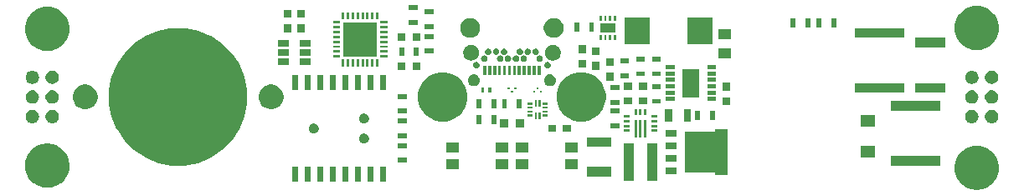
<source format=gbr>
G04 #@! TF.GenerationSoftware,KiCad,Pcbnew,(5.0.2)-1*
G04 #@! TF.CreationDate,2019-02-15T14:25:46-08:00*
G04 #@! TF.ProjectId,nixie_bottom_board,6e697869-655f-4626-9f74-746f6d5f626f,rev?*
G04 #@! TF.SameCoordinates,Original*
G04 #@! TF.FileFunction,Soldermask,Top*
G04 #@! TF.FilePolarity,Negative*
%FSLAX46Y46*%
G04 Gerber Fmt 4.6, Leading zero omitted, Abs format (unit mm)*
G04 Created by KiCad (PCBNEW (5.0.2)-1) date 2/15/2019 2:25:46 PM*
%MOMM*%
%LPD*%
G01*
G04 APERTURE LIST*
%ADD10C,0.100000*%
G04 APERTURE END LIST*
D10*
G36*
X197366504Y-104978822D02*
X197656303Y-105036466D01*
X198065773Y-105206074D01*
X198256215Y-105333324D01*
X198433622Y-105451863D01*
X198434293Y-105452312D01*
X198747688Y-105765707D01*
X198993926Y-106134227D01*
X199163534Y-106543697D01*
X199192496Y-106689300D01*
X199250000Y-106978394D01*
X199250000Y-107421606D01*
X199232278Y-107510700D01*
X199163534Y-107856303D01*
X198993926Y-108265773D01*
X198852899Y-108476834D01*
X198747689Y-108634292D01*
X198434292Y-108947689D01*
X198365096Y-108993924D01*
X198065773Y-109193926D01*
X197656303Y-109363534D01*
X197366504Y-109421178D01*
X197221606Y-109450000D01*
X196778394Y-109450000D01*
X196633496Y-109421178D01*
X196343697Y-109363534D01*
X195934227Y-109193926D01*
X195634904Y-108993924D01*
X195565708Y-108947689D01*
X195252311Y-108634292D01*
X195147101Y-108476834D01*
X195006074Y-108265773D01*
X194836466Y-107856303D01*
X194767722Y-107510700D01*
X194750000Y-107421606D01*
X194750000Y-106978394D01*
X194807504Y-106689300D01*
X194836466Y-106543697D01*
X195006074Y-106134227D01*
X195252312Y-105765707D01*
X195565707Y-105452312D01*
X195566379Y-105451863D01*
X195743785Y-105333324D01*
X195934227Y-105206074D01*
X196343697Y-105036466D01*
X196633496Y-104978822D01*
X196778394Y-104950000D01*
X197221606Y-104950000D01*
X197366504Y-104978822D01*
X197366504Y-104978822D01*
G37*
G36*
X103366504Y-104778822D02*
X103656303Y-104836466D01*
X104065773Y-105006074D01*
X104256215Y-105133324D01*
X104434292Y-105252311D01*
X104747689Y-105565708D01*
X104752623Y-105573092D01*
X104993926Y-105934227D01*
X105163534Y-106343697D01*
X105203316Y-106543697D01*
X105250000Y-106778394D01*
X105250000Y-107221606D01*
X105232278Y-107310700D01*
X105163534Y-107656303D01*
X104993926Y-108065773D01*
X104872188Y-108247966D01*
X104747689Y-108434292D01*
X104434292Y-108747689D01*
X104322980Y-108822065D01*
X104065773Y-108993926D01*
X103656303Y-109163534D01*
X103366504Y-109221178D01*
X103221606Y-109250000D01*
X102778394Y-109250000D01*
X102633496Y-109221178D01*
X102343697Y-109163534D01*
X101934227Y-108993926D01*
X101677020Y-108822065D01*
X101565708Y-108747689D01*
X101252311Y-108434292D01*
X101127812Y-108247966D01*
X101006074Y-108065773D01*
X100836466Y-107656303D01*
X100767722Y-107310700D01*
X100750000Y-107221606D01*
X100750000Y-106778394D01*
X100796684Y-106543697D01*
X100836466Y-106343697D01*
X101006074Y-105934227D01*
X101247377Y-105573092D01*
X101252311Y-105565708D01*
X101565708Y-105252311D01*
X101743785Y-105133324D01*
X101934227Y-105006074D01*
X102343697Y-104836466D01*
X102633496Y-104778822D01*
X102778394Y-104750000D01*
X103221606Y-104750000D01*
X103366504Y-104778822D01*
X103366504Y-104778822D01*
G37*
G36*
X137245000Y-108600000D02*
X136645000Y-108600000D01*
X136645000Y-107100000D01*
X137245000Y-107100000D01*
X137245000Y-108600000D01*
X137245000Y-108600000D01*
G37*
G36*
X132165000Y-108600000D02*
X131565000Y-108600000D01*
X131565000Y-107100000D01*
X132165000Y-107100000D01*
X132165000Y-108600000D01*
X132165000Y-108600000D01*
G37*
G36*
X128355000Y-108600000D02*
X127755000Y-108600000D01*
X127755000Y-107100000D01*
X128355000Y-107100000D01*
X128355000Y-108600000D01*
X128355000Y-108600000D01*
G37*
G36*
X129625000Y-108600000D02*
X129025000Y-108600000D01*
X129025000Y-107100000D01*
X129625000Y-107100000D01*
X129625000Y-108600000D01*
X129625000Y-108600000D01*
G37*
G36*
X130895000Y-108600000D02*
X130295000Y-108600000D01*
X130295000Y-107100000D01*
X130895000Y-107100000D01*
X130895000Y-108600000D01*
X130895000Y-108600000D01*
G37*
G36*
X134705000Y-108600000D02*
X134105000Y-108600000D01*
X134105000Y-107100000D01*
X134705000Y-107100000D01*
X134705000Y-108600000D01*
X134705000Y-108600000D01*
G37*
G36*
X133435000Y-108600000D02*
X132835000Y-108600000D01*
X132835000Y-107100000D01*
X133435000Y-107100000D01*
X133435000Y-108600000D01*
X133435000Y-108600000D01*
G37*
G36*
X135975000Y-108600000D02*
X135375000Y-108600000D01*
X135375000Y-107100000D01*
X135975000Y-107100000D01*
X135975000Y-108600000D01*
X135975000Y-108600000D01*
G37*
G36*
X162300000Y-108500000D02*
X161300000Y-108500000D01*
X161300000Y-104700000D01*
X162300000Y-104700000D01*
X162300000Y-108500000D01*
X162300000Y-108500000D01*
G37*
G36*
X164700000Y-108500000D02*
X163700000Y-108500000D01*
X163700000Y-104700000D01*
X164700000Y-104700000D01*
X164700000Y-108500000D01*
X164700000Y-108500000D01*
G37*
G36*
X160050000Y-108100000D02*
X157550000Y-108100000D01*
X157550000Y-107100000D01*
X160050000Y-107100000D01*
X160050000Y-108100000D01*
X160050000Y-108100000D01*
G37*
G36*
X171850000Y-107950000D02*
X170550000Y-107950000D01*
X170550000Y-107750800D01*
X170549024Y-107740889D01*
X170546133Y-107731360D01*
X170541439Y-107722577D01*
X170535121Y-107714879D01*
X170527423Y-107708561D01*
X170518640Y-107703867D01*
X170509111Y-107700976D01*
X170499200Y-107700000D01*
X167485000Y-107700000D01*
X167485000Y-103500000D01*
X170499200Y-103500000D01*
X170509111Y-103499024D01*
X170518640Y-103496133D01*
X170527423Y-103491439D01*
X170535121Y-103485121D01*
X170541439Y-103477423D01*
X170546133Y-103468640D01*
X170549024Y-103459111D01*
X170550000Y-103449200D01*
X170550000Y-103250000D01*
X171850000Y-103250000D01*
X171850000Y-107950000D01*
X171850000Y-107950000D01*
G37*
G36*
X166675000Y-107860000D02*
X165525000Y-107860000D01*
X165525000Y-107160000D01*
X166675000Y-107160000D01*
X166675000Y-107860000D01*
X166675000Y-107860000D01*
G37*
G36*
X151650000Y-107350000D02*
X150350000Y-107350000D01*
X150350000Y-106350000D01*
X151650000Y-106350000D01*
X151650000Y-107350000D01*
X151650000Y-107350000D01*
G37*
G36*
X156650000Y-107350000D02*
X155350000Y-107350000D01*
X155350000Y-106350000D01*
X156650000Y-106350000D01*
X156650000Y-107350000D01*
X156650000Y-107350000D01*
G37*
G36*
X144650000Y-107350000D02*
X143350000Y-107350000D01*
X143350000Y-106350000D01*
X144650000Y-106350000D01*
X144650000Y-107350000D01*
X144650000Y-107350000D01*
G37*
G36*
X149650000Y-107350000D02*
X148350000Y-107350000D01*
X148350000Y-106350000D01*
X149650000Y-106350000D01*
X149650000Y-107350000D01*
X149650000Y-107350000D01*
G37*
G36*
X193300000Y-107000000D02*
X188300000Y-107000000D01*
X188300000Y-106000000D01*
X193300000Y-106000000D01*
X193300000Y-107000000D01*
X193300000Y-107000000D01*
G37*
G36*
X117137502Y-93039397D02*
X118291827Y-93269006D01*
X119513403Y-93775000D01*
X119565743Y-93796680D01*
X120712240Y-94562745D01*
X121687255Y-95537760D01*
X122335253Y-96507557D01*
X122453321Y-96684259D01*
X122980994Y-97958173D01*
X123148053Y-98798037D01*
X123250000Y-99310560D01*
X123250000Y-100689440D01*
X123242086Y-100729225D01*
X122980994Y-102041827D01*
X122481056Y-103248782D01*
X122453320Y-103315743D01*
X121687255Y-104462240D01*
X120712240Y-105437255D01*
X119565743Y-106203320D01*
X119565742Y-106203321D01*
X119565741Y-106203321D01*
X118291827Y-106730994D01*
X117716039Y-106845525D01*
X116939440Y-107000000D01*
X115560560Y-107000000D01*
X114783961Y-106845525D01*
X114208173Y-106730994D01*
X112934259Y-106203321D01*
X112934258Y-106203321D01*
X112934257Y-106203320D01*
X111787760Y-105437255D01*
X110812745Y-104462240D01*
X110046680Y-103315743D01*
X110018944Y-103248782D01*
X109519006Y-102041827D01*
X109257914Y-100729225D01*
X109250000Y-100689440D01*
X109250000Y-99310560D01*
X109351947Y-98798037D01*
X109519006Y-97958173D01*
X110046679Y-96684259D01*
X110164748Y-96507557D01*
X110812745Y-95537760D01*
X111787760Y-94562745D01*
X112934257Y-93796680D01*
X112986597Y-93775000D01*
X114208173Y-93269006D01*
X115362498Y-93039397D01*
X115560560Y-93000000D01*
X116939440Y-93000000D01*
X117137502Y-93039397D01*
X117137502Y-93039397D01*
G37*
G36*
X139350000Y-106700000D02*
X138450000Y-106700000D01*
X138450000Y-106200000D01*
X139350000Y-106200000D01*
X139350000Y-106700000D01*
X139350000Y-106700000D01*
G37*
G36*
X166675000Y-106590000D02*
X165525000Y-106590000D01*
X165525000Y-105890000D01*
X166675000Y-105890000D01*
X166675000Y-106590000D01*
X166675000Y-106590000D01*
G37*
G36*
X186700000Y-106150000D02*
X185300000Y-106150000D01*
X185300000Y-104950000D01*
X186700000Y-104950000D01*
X186700000Y-106150000D01*
X186700000Y-106150000D01*
G37*
G36*
X156650000Y-105650000D02*
X155350000Y-105650000D01*
X155350000Y-104650000D01*
X156650000Y-104650000D01*
X156650000Y-105650000D01*
X156650000Y-105650000D01*
G37*
G36*
X149650000Y-105650000D02*
X148350000Y-105650000D01*
X148350000Y-104650000D01*
X149650000Y-104650000D01*
X149650000Y-105650000D01*
X149650000Y-105650000D01*
G37*
G36*
X151650000Y-105640000D02*
X150350000Y-105640000D01*
X150350000Y-104640000D01*
X151650000Y-104640000D01*
X151650000Y-105640000D01*
X151650000Y-105640000D01*
G37*
G36*
X144650000Y-105640000D02*
X143350000Y-105640000D01*
X143350000Y-104640000D01*
X144650000Y-104640000D01*
X144650000Y-105640000D01*
X144650000Y-105640000D01*
G37*
G36*
X166675000Y-105310000D02*
X165525000Y-105310000D01*
X165525000Y-104610000D01*
X166675000Y-104610000D01*
X166675000Y-105310000D01*
X166675000Y-105310000D01*
G37*
G36*
X139350000Y-105200000D02*
X138450000Y-105200000D01*
X138450000Y-104700000D01*
X139350000Y-104700000D01*
X139350000Y-105200000D01*
X139350000Y-105200000D01*
G37*
G36*
X160050000Y-105100000D02*
X157550000Y-105100000D01*
X157550000Y-104100000D01*
X160050000Y-104100000D01*
X160050000Y-105100000D01*
X160050000Y-105100000D01*
G37*
G36*
X135184474Y-103739734D02*
X135274613Y-103777070D01*
X135355736Y-103831275D01*
X135424725Y-103900264D01*
X135478930Y-103981387D01*
X135516266Y-104071526D01*
X135535300Y-104167217D01*
X135535300Y-104264783D01*
X135516266Y-104360474D01*
X135478930Y-104450613D01*
X135424725Y-104531736D01*
X135355736Y-104600725D01*
X135274613Y-104654930D01*
X135184474Y-104692266D01*
X135088783Y-104711300D01*
X134991217Y-104711300D01*
X134895526Y-104692266D01*
X134805387Y-104654930D01*
X134724264Y-104600725D01*
X134655275Y-104531736D01*
X134601070Y-104450613D01*
X134563734Y-104360474D01*
X134544700Y-104264783D01*
X134544700Y-104167217D01*
X134563734Y-104071526D01*
X134601070Y-103981387D01*
X134655275Y-103900264D01*
X134724264Y-103831275D01*
X134805387Y-103777070D01*
X134895526Y-103739734D01*
X134991217Y-103720700D01*
X135088783Y-103720700D01*
X135184474Y-103739734D01*
X135184474Y-103739734D01*
G37*
G36*
X139350000Y-104200000D02*
X138450000Y-104200000D01*
X138450000Y-103700000D01*
X139350000Y-103700000D01*
X139350000Y-104200000D01*
X139350000Y-104200000D01*
G37*
G36*
X163625000Y-104150000D02*
X163375000Y-104150000D01*
X163375000Y-102350000D01*
X163625000Y-102350000D01*
X163625000Y-104150000D01*
X163625000Y-104150000D01*
G37*
G36*
X163125000Y-104150000D02*
X162875000Y-104150000D01*
X162875000Y-102350000D01*
X163125000Y-102350000D01*
X163125000Y-104150000D01*
X163125000Y-104150000D01*
G37*
G36*
X162625000Y-104150000D02*
X162375000Y-104150000D01*
X162375000Y-102350000D01*
X162625000Y-102350000D01*
X162625000Y-104150000D01*
X162625000Y-104150000D01*
G37*
G36*
X166675000Y-104040000D02*
X165525000Y-104040000D01*
X165525000Y-103340000D01*
X166675000Y-103340000D01*
X166675000Y-104040000D01*
X166675000Y-104040000D01*
G37*
G36*
X130104474Y-102723734D02*
X130194613Y-102761070D01*
X130275736Y-102815275D01*
X130344725Y-102884264D01*
X130398930Y-102965387D01*
X130436266Y-103055526D01*
X130455300Y-103151217D01*
X130455300Y-103248783D01*
X130436266Y-103344474D01*
X130398930Y-103434613D01*
X130344725Y-103515736D01*
X130275736Y-103584725D01*
X130194613Y-103638930D01*
X130104474Y-103676266D01*
X130008783Y-103695300D01*
X129911217Y-103695300D01*
X129815526Y-103676266D01*
X129725387Y-103638930D01*
X129644264Y-103584725D01*
X129575275Y-103515736D01*
X129521070Y-103434613D01*
X129483734Y-103344474D01*
X129464700Y-103248783D01*
X129464700Y-103151217D01*
X129483734Y-103055526D01*
X129521070Y-102965387D01*
X129575275Y-102884264D01*
X129644264Y-102815275D01*
X129725387Y-102761070D01*
X129815526Y-102723734D01*
X129911217Y-102704700D01*
X130008783Y-102704700D01*
X130104474Y-102723734D01*
X130104474Y-102723734D01*
G37*
G36*
X154450000Y-103575000D02*
X153650000Y-103575000D01*
X153650000Y-102825000D01*
X154450000Y-102825000D01*
X154450000Y-103575000D01*
X154450000Y-103575000D01*
G37*
G36*
X164700000Y-103575000D02*
X164100000Y-103575000D01*
X164100000Y-103325000D01*
X164700000Y-103325000D01*
X164700000Y-103575000D01*
X164700000Y-103575000D01*
G37*
G36*
X161900000Y-103575000D02*
X161300000Y-103575000D01*
X161300000Y-103325000D01*
X161900000Y-103325000D01*
X161900000Y-103575000D01*
X161900000Y-103575000D01*
G37*
G36*
X155950000Y-103575000D02*
X155150000Y-103575000D01*
X155150000Y-102825000D01*
X155950000Y-102825000D01*
X155950000Y-103575000D01*
X155950000Y-103575000D01*
G37*
G36*
X160850000Y-103200000D02*
X159950000Y-103200000D01*
X159950000Y-102700000D01*
X160850000Y-102700000D01*
X160850000Y-103200000D01*
X160850000Y-103200000D01*
G37*
G36*
X151200000Y-103100000D02*
X150400000Y-103100000D01*
X150400000Y-102300000D01*
X151200000Y-102300000D01*
X151200000Y-103100000D01*
X151200000Y-103100000D01*
G37*
G36*
X149600000Y-103100000D02*
X148800000Y-103100000D01*
X148800000Y-102300000D01*
X149600000Y-102300000D01*
X149600000Y-103100000D01*
X149600000Y-103100000D01*
G37*
G36*
X164700000Y-103075000D02*
X164100000Y-103075000D01*
X164100000Y-102825000D01*
X164700000Y-102825000D01*
X164700000Y-103075000D01*
X164700000Y-103075000D01*
G37*
G36*
X161900000Y-103075000D02*
X161300000Y-103075000D01*
X161300000Y-102825000D01*
X161900000Y-102825000D01*
X161900000Y-103075000D01*
X161900000Y-103075000D01*
G37*
G36*
X186700000Y-103050000D02*
X185300000Y-103050000D01*
X185300000Y-101850000D01*
X186700000Y-101850000D01*
X186700000Y-103050000D01*
X186700000Y-103050000D01*
G37*
G36*
X146900000Y-102750000D02*
X146400000Y-102750000D01*
X146400000Y-101850000D01*
X146900000Y-101850000D01*
X146900000Y-102750000D01*
X146900000Y-102750000D01*
G37*
G36*
X148400000Y-102750000D02*
X147900000Y-102750000D01*
X147900000Y-101850000D01*
X148400000Y-101850000D01*
X148400000Y-102750000D01*
X148400000Y-102750000D01*
G37*
G36*
X139350000Y-102700000D02*
X138450000Y-102700000D01*
X138450000Y-102200000D01*
X139350000Y-102200000D01*
X139350000Y-102700000D01*
X139350000Y-102700000D01*
G37*
G36*
X135184474Y-101707734D02*
X135274613Y-101745070D01*
X135355736Y-101799275D01*
X135424725Y-101868264D01*
X135478930Y-101949387D01*
X135516266Y-102039526D01*
X135535300Y-102135217D01*
X135535300Y-102232783D01*
X135516266Y-102328474D01*
X135478930Y-102418613D01*
X135424725Y-102499736D01*
X135355736Y-102568725D01*
X135274613Y-102622930D01*
X135184474Y-102660266D01*
X135088783Y-102679300D01*
X134991217Y-102679300D01*
X134895526Y-102660266D01*
X134805387Y-102622930D01*
X134724264Y-102568725D01*
X134655275Y-102499736D01*
X134601070Y-102418613D01*
X134563734Y-102328474D01*
X134544700Y-102232783D01*
X134544700Y-102135217D01*
X134563734Y-102039526D01*
X134601070Y-101949387D01*
X134655275Y-101868264D01*
X134724264Y-101799275D01*
X134805387Y-101745070D01*
X134895526Y-101707734D01*
X134991217Y-101688700D01*
X135088783Y-101688700D01*
X135184474Y-101707734D01*
X135184474Y-101707734D01*
G37*
G36*
X103632323Y-101334767D02*
X103759561Y-101373364D01*
X103876824Y-101436042D01*
X103979606Y-101520394D01*
X104063958Y-101623176D01*
X104126636Y-101740439D01*
X104165233Y-101867677D01*
X104178266Y-102000000D01*
X104165233Y-102132323D01*
X104126636Y-102259561D01*
X104063958Y-102376824D01*
X103979606Y-102479606D01*
X103876824Y-102563958D01*
X103759561Y-102626636D01*
X103632323Y-102665233D01*
X103533159Y-102675000D01*
X103466841Y-102675000D01*
X103367677Y-102665233D01*
X103240439Y-102626636D01*
X103123176Y-102563958D01*
X103020394Y-102479606D01*
X102936042Y-102376824D01*
X102873364Y-102259561D01*
X102834767Y-102132323D01*
X102821734Y-102000000D01*
X102834767Y-101867677D01*
X102873364Y-101740439D01*
X102936042Y-101623176D01*
X103020394Y-101520394D01*
X103123176Y-101436042D01*
X103240439Y-101373364D01*
X103367677Y-101334767D01*
X103466841Y-101325000D01*
X103533159Y-101325000D01*
X103632323Y-101334767D01*
X103632323Y-101334767D01*
G37*
G36*
X196632323Y-101334767D02*
X196759561Y-101373364D01*
X196876824Y-101436042D01*
X196979606Y-101520394D01*
X197063958Y-101623176D01*
X197126636Y-101740439D01*
X197165233Y-101867677D01*
X197178266Y-102000000D01*
X197165233Y-102132323D01*
X197126636Y-102259561D01*
X197063958Y-102376824D01*
X196979606Y-102479606D01*
X196876824Y-102563958D01*
X196759561Y-102626636D01*
X196632323Y-102665233D01*
X196533159Y-102675000D01*
X196466841Y-102675000D01*
X196367677Y-102665233D01*
X196240439Y-102626636D01*
X196123176Y-102563958D01*
X196020394Y-102479606D01*
X195936042Y-102376824D01*
X195873364Y-102259561D01*
X195834767Y-102132323D01*
X195821734Y-102000000D01*
X195834767Y-101867677D01*
X195873364Y-101740439D01*
X195936042Y-101623176D01*
X196020394Y-101520394D01*
X196123176Y-101436042D01*
X196240439Y-101373364D01*
X196367677Y-101334767D01*
X196466841Y-101325000D01*
X196533159Y-101325000D01*
X196632323Y-101334767D01*
X196632323Y-101334767D01*
G37*
G36*
X198632323Y-101334767D02*
X198759561Y-101373364D01*
X198876824Y-101436042D01*
X198979606Y-101520394D01*
X199063958Y-101623176D01*
X199126636Y-101740439D01*
X199165233Y-101867677D01*
X199178266Y-102000000D01*
X199165233Y-102132323D01*
X199126636Y-102259561D01*
X199063958Y-102376824D01*
X198979606Y-102479606D01*
X198876824Y-102563958D01*
X198759561Y-102626636D01*
X198632323Y-102665233D01*
X198533159Y-102675000D01*
X198466841Y-102675000D01*
X198367677Y-102665233D01*
X198240439Y-102626636D01*
X198123176Y-102563958D01*
X198020394Y-102479606D01*
X197936042Y-102376824D01*
X197873364Y-102259561D01*
X197834767Y-102132323D01*
X197821734Y-102000000D01*
X197834767Y-101867677D01*
X197873364Y-101740439D01*
X197936042Y-101623176D01*
X198020394Y-101520394D01*
X198123176Y-101436042D01*
X198240439Y-101373364D01*
X198367677Y-101334767D01*
X198466841Y-101325000D01*
X198533159Y-101325000D01*
X198632323Y-101334767D01*
X198632323Y-101334767D01*
G37*
G36*
X101632323Y-101334767D02*
X101759561Y-101373364D01*
X101876824Y-101436042D01*
X101979606Y-101520394D01*
X102063958Y-101623176D01*
X102126636Y-101740439D01*
X102165233Y-101867677D01*
X102178266Y-102000000D01*
X102165233Y-102132323D01*
X102126636Y-102259561D01*
X102063958Y-102376824D01*
X101979606Y-102479606D01*
X101876824Y-102563958D01*
X101759561Y-102626636D01*
X101632323Y-102665233D01*
X101533159Y-102675000D01*
X101466841Y-102675000D01*
X101367677Y-102665233D01*
X101240439Y-102626636D01*
X101123176Y-102563958D01*
X101020394Y-102479606D01*
X100936042Y-102376824D01*
X100873364Y-102259561D01*
X100834767Y-102132323D01*
X100821734Y-102000000D01*
X100834767Y-101867677D01*
X100873364Y-101740439D01*
X100936042Y-101623176D01*
X101020394Y-101520394D01*
X101123176Y-101436042D01*
X101240439Y-101373364D01*
X101367677Y-101334767D01*
X101466841Y-101325000D01*
X101533159Y-101325000D01*
X101632323Y-101334767D01*
X101632323Y-101334767D01*
G37*
G36*
X164700000Y-102575000D02*
X164100000Y-102575000D01*
X164100000Y-102325000D01*
X164700000Y-102325000D01*
X164700000Y-102575000D01*
X164700000Y-102575000D01*
G37*
G36*
X161900000Y-102575000D02*
X161300000Y-102575000D01*
X161300000Y-102325000D01*
X161900000Y-102325000D01*
X161900000Y-102575000D01*
X161900000Y-102575000D01*
G37*
G36*
X168100000Y-102550000D02*
X167400000Y-102550000D01*
X167400000Y-101250000D01*
X168100000Y-101250000D01*
X168100000Y-102550000D01*
X168100000Y-102550000D01*
G37*
G36*
X166200000Y-102550000D02*
X165500000Y-102550000D01*
X165500000Y-101250000D01*
X166200000Y-101250000D01*
X166200000Y-102550000D01*
X166200000Y-102550000D01*
G37*
G36*
X157729225Y-97596074D02*
X158173260Y-97780000D01*
X158184194Y-97784529D01*
X158308638Y-97867680D01*
X158593658Y-98058124D01*
X158941876Y-98406342D01*
X159094512Y-98634778D01*
X159204910Y-98800000D01*
X159215472Y-98815808D01*
X159403926Y-99270775D01*
X159500000Y-99753772D01*
X159500000Y-100246228D01*
X159403926Y-100729225D01*
X159235287Y-101136354D01*
X159215471Y-101184194D01*
X159171501Y-101250000D01*
X158941876Y-101593658D01*
X158593658Y-101941876D01*
X158321298Y-102123861D01*
X158184194Y-102215471D01*
X158184193Y-102215472D01*
X158184192Y-102215472D01*
X157729225Y-102403926D01*
X157246228Y-102500000D01*
X156753772Y-102500000D01*
X156270775Y-102403926D01*
X155815808Y-102215472D01*
X155815807Y-102215472D01*
X155815806Y-102215471D01*
X155678702Y-102123861D01*
X155406342Y-101941876D01*
X155058124Y-101593658D01*
X154828499Y-101250000D01*
X154784529Y-101184194D01*
X154764713Y-101136354D01*
X154596074Y-100729225D01*
X154500000Y-100246228D01*
X154500000Y-99753772D01*
X154596074Y-99270775D01*
X154784528Y-98815808D01*
X154795091Y-98800000D01*
X154905488Y-98634778D01*
X155058124Y-98406342D01*
X155406342Y-98058124D01*
X155691362Y-97867680D01*
X155815806Y-97784529D01*
X155826740Y-97780000D01*
X156270775Y-97596074D01*
X156753772Y-97500000D01*
X157246228Y-97500000D01*
X157729225Y-97596074D01*
X157729225Y-97596074D01*
G37*
G36*
X143729225Y-97596074D02*
X144173260Y-97780000D01*
X144184194Y-97784529D01*
X144308638Y-97867680D01*
X144593658Y-98058124D01*
X144941876Y-98406342D01*
X145094512Y-98634778D01*
X145204910Y-98800000D01*
X145215472Y-98815808D01*
X145403926Y-99270775D01*
X145500000Y-99753772D01*
X145500000Y-100246228D01*
X145403926Y-100729225D01*
X145235287Y-101136354D01*
X145215471Y-101184194D01*
X145171501Y-101250000D01*
X144941876Y-101593658D01*
X144593658Y-101941876D01*
X144321298Y-102123861D01*
X144184194Y-102215471D01*
X144184193Y-102215472D01*
X144184192Y-102215472D01*
X143729225Y-102403926D01*
X143246228Y-102500000D01*
X142753772Y-102500000D01*
X142270775Y-102403926D01*
X141815808Y-102215472D01*
X141815807Y-102215472D01*
X141815806Y-102215471D01*
X141678702Y-102123861D01*
X141406342Y-101941876D01*
X141058124Y-101593658D01*
X140828499Y-101250000D01*
X140784529Y-101184194D01*
X140764713Y-101136354D01*
X140596074Y-100729225D01*
X140500000Y-100246228D01*
X140500000Y-99753772D01*
X140596074Y-99270775D01*
X140784528Y-98815808D01*
X140795091Y-98800000D01*
X140905488Y-98634778D01*
X141058124Y-98406342D01*
X141406342Y-98058124D01*
X141691362Y-97867680D01*
X141815806Y-97784529D01*
X141826740Y-97780000D01*
X142270775Y-97596074D01*
X142753772Y-97500000D01*
X143246228Y-97500000D01*
X143729225Y-97596074D01*
X143729225Y-97596074D01*
G37*
G36*
X169000000Y-102350000D02*
X168500000Y-102350000D01*
X168500000Y-101450000D01*
X169000000Y-101450000D01*
X169000000Y-102350000D01*
X169000000Y-102350000D01*
G37*
G36*
X170500000Y-102350000D02*
X170000000Y-102350000D01*
X170000000Y-101450000D01*
X170500000Y-101450000D01*
X170500000Y-102350000D01*
X170500000Y-102350000D01*
G37*
G36*
X152900000Y-102300000D02*
X152700000Y-102300000D01*
X152700000Y-101600000D01*
X152900000Y-101600000D01*
X152900000Y-102300000D01*
X152900000Y-102300000D01*
G37*
G36*
X152500000Y-102300000D02*
X152300000Y-102300000D01*
X152300000Y-101600000D01*
X152500000Y-101600000D01*
X152500000Y-102300000D01*
X152500000Y-102300000D01*
G37*
G36*
X164700000Y-102075000D02*
X164100000Y-102075000D01*
X164100000Y-101825000D01*
X164700000Y-101825000D01*
X164700000Y-102075000D01*
X164700000Y-102075000D01*
G37*
G36*
X161900000Y-102075000D02*
X161300000Y-102075000D01*
X161300000Y-101825000D01*
X161900000Y-101825000D01*
X161900000Y-102075000D01*
X161900000Y-102075000D01*
G37*
G36*
X153600000Y-102000000D02*
X153100000Y-102000000D01*
X153100000Y-101800000D01*
X153600000Y-101800000D01*
X153600000Y-102000000D01*
X153600000Y-102000000D01*
G37*
G36*
X152100000Y-102000000D02*
X151600000Y-102000000D01*
X151600000Y-101800000D01*
X152100000Y-101800000D01*
X152100000Y-102000000D01*
X152100000Y-102000000D01*
G37*
G36*
X163125000Y-101850000D02*
X162875000Y-101850000D01*
X162875000Y-101250000D01*
X163125000Y-101250000D01*
X163125000Y-101850000D01*
X163125000Y-101850000D01*
G37*
G36*
X162625000Y-101850000D02*
X162375000Y-101850000D01*
X162375000Y-101250000D01*
X162625000Y-101250000D01*
X162625000Y-101850000D01*
X162625000Y-101850000D01*
G37*
G36*
X163625000Y-101850000D02*
X163375000Y-101850000D01*
X163375000Y-101250000D01*
X163625000Y-101250000D01*
X163625000Y-101850000D01*
X163625000Y-101850000D01*
G37*
G36*
X160850000Y-101700000D02*
X159950000Y-101700000D01*
X159950000Y-101200000D01*
X160850000Y-101200000D01*
X160850000Y-101700000D01*
X160850000Y-101700000D01*
G37*
G36*
X139350000Y-101700000D02*
X138450000Y-101700000D01*
X138450000Y-101200000D01*
X139350000Y-101200000D01*
X139350000Y-101700000D01*
X139350000Y-101700000D01*
G37*
G36*
X152100000Y-101600000D02*
X151600000Y-101600000D01*
X151600000Y-101400000D01*
X152100000Y-101400000D01*
X152100000Y-101600000D01*
X152100000Y-101600000D01*
G37*
G36*
X153600000Y-101600000D02*
X153100000Y-101600000D01*
X153100000Y-101400000D01*
X153600000Y-101400000D01*
X153600000Y-101600000D01*
X153600000Y-101600000D01*
G37*
G36*
X193300000Y-101400000D02*
X188300000Y-101400000D01*
X188300000Y-100400000D01*
X193300000Y-100400000D01*
X193300000Y-101400000D01*
X193300000Y-101400000D01*
G37*
G36*
X107214613Y-98798037D02*
X107442095Y-98892263D01*
X107646830Y-99029063D01*
X107820937Y-99203170D01*
X107957737Y-99407905D01*
X108051963Y-99635387D01*
X108100000Y-99876886D01*
X108100000Y-100123114D01*
X108051963Y-100364613D01*
X107957737Y-100592095D01*
X107820937Y-100796830D01*
X107646830Y-100970937D01*
X107442095Y-101107737D01*
X107214613Y-101201963D01*
X106973114Y-101250000D01*
X106726886Y-101250000D01*
X106485387Y-101201963D01*
X106257905Y-101107737D01*
X106053170Y-100970937D01*
X105879063Y-100796830D01*
X105742263Y-100592095D01*
X105648037Y-100364613D01*
X105600000Y-100123114D01*
X105600000Y-99876886D01*
X105648037Y-99635387D01*
X105742263Y-99407905D01*
X105879063Y-99203170D01*
X106053170Y-99029063D01*
X106257905Y-98892263D01*
X106485387Y-98798037D01*
X106726886Y-98750000D01*
X106973114Y-98750000D01*
X107214613Y-98798037D01*
X107214613Y-98798037D01*
G37*
G36*
X126014613Y-98798037D02*
X126242095Y-98892263D01*
X126446830Y-99029063D01*
X126620937Y-99203170D01*
X126757737Y-99407905D01*
X126851963Y-99635387D01*
X126900000Y-99876886D01*
X126900000Y-100123114D01*
X126851963Y-100364613D01*
X126757737Y-100592095D01*
X126620937Y-100796830D01*
X126446830Y-100970937D01*
X126242095Y-101107737D01*
X126014613Y-101201963D01*
X125773114Y-101250000D01*
X125526886Y-101250000D01*
X125285387Y-101201963D01*
X125057905Y-101107737D01*
X124853170Y-100970937D01*
X124679063Y-100796830D01*
X124542263Y-100592095D01*
X124448037Y-100364613D01*
X124400000Y-100123114D01*
X124400000Y-99876886D01*
X124448037Y-99635387D01*
X124542263Y-99407905D01*
X124679063Y-99203170D01*
X124853170Y-99029063D01*
X125057905Y-98892263D01*
X125285387Y-98798037D01*
X125526886Y-98750000D01*
X125773114Y-98750000D01*
X126014613Y-98798037D01*
X126014613Y-98798037D01*
G37*
G36*
X153600000Y-101200000D02*
X153100000Y-101200000D01*
X153100000Y-101000000D01*
X153600000Y-101000000D01*
X153600000Y-101200000D01*
X153600000Y-101200000D01*
G37*
G36*
X152100000Y-101200000D02*
X151600000Y-101200000D01*
X151600000Y-101000000D01*
X152100000Y-101000000D01*
X152100000Y-101200000D01*
X152100000Y-101200000D01*
G37*
G36*
X146900000Y-101150000D02*
X146400000Y-101150000D01*
X146400000Y-100250000D01*
X146900000Y-100250000D01*
X146900000Y-101150000D01*
X146900000Y-101150000D01*
G37*
G36*
X148400000Y-101150000D02*
X147900000Y-101150000D01*
X147900000Y-100250000D01*
X148400000Y-100250000D01*
X148400000Y-101150000D01*
X148400000Y-101150000D01*
G37*
G36*
X151000000Y-101150000D02*
X150500000Y-101150000D01*
X150500000Y-100250000D01*
X151000000Y-100250000D01*
X151000000Y-101150000D01*
X151000000Y-101150000D01*
G37*
G36*
X149500000Y-101150000D02*
X149000000Y-101150000D01*
X149000000Y-100250000D01*
X149500000Y-100250000D01*
X149500000Y-101150000D01*
X149500000Y-101150000D01*
G37*
G36*
X152500000Y-101000000D02*
X152300000Y-101000000D01*
X152300000Y-100300000D01*
X152500000Y-100300000D01*
X152500000Y-101000000D01*
X152500000Y-101000000D01*
G37*
G36*
X152900000Y-101000000D02*
X152700000Y-101000000D01*
X152700000Y-100300000D01*
X152900000Y-100300000D01*
X152900000Y-101000000D01*
X152900000Y-101000000D01*
G37*
G36*
X172075000Y-100850000D02*
X171325000Y-100850000D01*
X171325000Y-100050000D01*
X172075000Y-100050000D01*
X172075000Y-100850000D01*
X172075000Y-100850000D01*
G37*
G36*
X160850000Y-100800000D02*
X159950000Y-100800000D01*
X159950000Y-100300000D01*
X160850000Y-100300000D01*
X160850000Y-100800000D01*
X160850000Y-100800000D01*
G37*
G36*
X152100000Y-100800000D02*
X151600000Y-100800000D01*
X151600000Y-100600000D01*
X152100000Y-100600000D01*
X152100000Y-100800000D01*
X152100000Y-100800000D01*
G37*
G36*
X153600000Y-100800000D02*
X153100000Y-100800000D01*
X153100000Y-100600000D01*
X153600000Y-100600000D01*
X153600000Y-100800000D01*
X153600000Y-100800000D01*
G37*
G36*
X162150000Y-100775000D02*
X161350000Y-100775000D01*
X161350000Y-100025000D01*
X162150000Y-100025000D01*
X162150000Y-100775000D01*
X162150000Y-100775000D01*
G37*
G36*
X163650000Y-100775000D02*
X162850000Y-100775000D01*
X162850000Y-100025000D01*
X163650000Y-100025000D01*
X163650000Y-100775000D01*
X163650000Y-100775000D01*
G37*
G36*
X165050000Y-100700000D02*
X164150000Y-100700000D01*
X164150000Y-100200000D01*
X165050000Y-100200000D01*
X165050000Y-100700000D01*
X165050000Y-100700000D01*
G37*
G36*
X101632323Y-99334767D02*
X101759561Y-99373364D01*
X101876824Y-99436042D01*
X101979606Y-99520394D01*
X102063958Y-99623176D01*
X102126636Y-99740439D01*
X102165233Y-99867677D01*
X102178266Y-100000000D01*
X102165233Y-100132323D01*
X102126636Y-100259561D01*
X102063958Y-100376824D01*
X101979606Y-100479606D01*
X101876824Y-100563958D01*
X101759561Y-100626636D01*
X101632323Y-100665233D01*
X101533159Y-100675000D01*
X101466841Y-100675000D01*
X101367677Y-100665233D01*
X101240439Y-100626636D01*
X101123176Y-100563958D01*
X101020394Y-100479606D01*
X100936042Y-100376824D01*
X100873364Y-100259561D01*
X100834767Y-100132323D01*
X100821734Y-100000000D01*
X100834767Y-99867677D01*
X100873364Y-99740439D01*
X100936042Y-99623176D01*
X101020394Y-99520394D01*
X101123176Y-99436042D01*
X101240439Y-99373364D01*
X101367677Y-99334767D01*
X101466841Y-99325000D01*
X101533159Y-99325000D01*
X101632323Y-99334767D01*
X101632323Y-99334767D01*
G37*
G36*
X196632323Y-99334767D02*
X196759561Y-99373364D01*
X196876824Y-99436042D01*
X196979606Y-99520394D01*
X197063958Y-99623176D01*
X197126636Y-99740439D01*
X197165233Y-99867677D01*
X197178266Y-100000000D01*
X197165233Y-100132323D01*
X197126636Y-100259561D01*
X197063958Y-100376824D01*
X196979606Y-100479606D01*
X196876824Y-100563958D01*
X196759561Y-100626636D01*
X196632323Y-100665233D01*
X196533159Y-100675000D01*
X196466841Y-100675000D01*
X196367677Y-100665233D01*
X196240439Y-100626636D01*
X196123176Y-100563958D01*
X196020394Y-100479606D01*
X195936042Y-100376824D01*
X195873364Y-100259561D01*
X195834767Y-100132323D01*
X195821734Y-100000000D01*
X195834767Y-99867677D01*
X195873364Y-99740439D01*
X195936042Y-99623176D01*
X196020394Y-99520394D01*
X196123176Y-99436042D01*
X196240439Y-99373364D01*
X196367677Y-99334767D01*
X196466841Y-99325000D01*
X196533159Y-99325000D01*
X196632323Y-99334767D01*
X196632323Y-99334767D01*
G37*
G36*
X103632323Y-99334767D02*
X103759561Y-99373364D01*
X103876824Y-99436042D01*
X103979606Y-99520394D01*
X104063958Y-99623176D01*
X104126636Y-99740439D01*
X104165233Y-99867677D01*
X104178266Y-100000000D01*
X104165233Y-100132323D01*
X104126636Y-100259561D01*
X104063958Y-100376824D01*
X103979606Y-100479606D01*
X103876824Y-100563958D01*
X103759561Y-100626636D01*
X103632323Y-100665233D01*
X103533159Y-100675000D01*
X103466841Y-100675000D01*
X103367677Y-100665233D01*
X103240439Y-100626636D01*
X103123176Y-100563958D01*
X103020394Y-100479606D01*
X102936042Y-100376824D01*
X102873364Y-100259561D01*
X102834767Y-100132323D01*
X102821734Y-100000000D01*
X102834767Y-99867677D01*
X102873364Y-99740439D01*
X102936042Y-99623176D01*
X103020394Y-99520394D01*
X103123176Y-99436042D01*
X103240439Y-99373364D01*
X103367677Y-99334767D01*
X103466841Y-99325000D01*
X103533159Y-99325000D01*
X103632323Y-99334767D01*
X103632323Y-99334767D01*
G37*
G36*
X198632323Y-99334767D02*
X198759561Y-99373364D01*
X198876824Y-99436042D01*
X198979606Y-99520394D01*
X199063958Y-99623176D01*
X199126636Y-99740439D01*
X199165233Y-99867677D01*
X199178266Y-100000000D01*
X199165233Y-100132323D01*
X199126636Y-100259561D01*
X199063958Y-100376824D01*
X198979606Y-100479606D01*
X198876824Y-100563958D01*
X198759561Y-100626636D01*
X198632323Y-100665233D01*
X198533159Y-100675000D01*
X198466841Y-100675000D01*
X198367677Y-100665233D01*
X198240439Y-100626636D01*
X198123176Y-100563958D01*
X198020394Y-100479606D01*
X197936042Y-100376824D01*
X197873364Y-100259561D01*
X197834767Y-100132323D01*
X197821734Y-100000000D01*
X197834767Y-99867677D01*
X197873364Y-99740439D01*
X197936042Y-99623176D01*
X198020394Y-99520394D01*
X198123176Y-99436042D01*
X198240439Y-99373364D01*
X198367677Y-99334767D01*
X198466841Y-99325000D01*
X198533159Y-99325000D01*
X198632323Y-99334767D01*
X198632323Y-99334767D01*
G37*
G36*
X170650000Y-100435000D02*
X169760000Y-100435000D01*
X169760000Y-100015000D01*
X170650000Y-100015000D01*
X170650000Y-100435000D01*
X170650000Y-100435000D01*
G37*
G36*
X166440000Y-100435000D02*
X165550000Y-100435000D01*
X165550000Y-100015000D01*
X166440000Y-100015000D01*
X166440000Y-100435000D01*
X166440000Y-100435000D01*
G37*
G36*
X139350000Y-100200000D02*
X138450000Y-100200000D01*
X138450000Y-99700000D01*
X139350000Y-99700000D01*
X139350000Y-100200000D01*
X139350000Y-100200000D01*
G37*
G36*
X168925000Y-100025000D02*
X167275000Y-100025000D01*
X167275000Y-97175000D01*
X168925000Y-97175000D01*
X168925000Y-100025000D01*
X168925000Y-100025000D01*
G37*
G36*
X170650000Y-99785000D02*
X169760000Y-99785000D01*
X169760000Y-99365000D01*
X170650000Y-99365000D01*
X170650000Y-99785000D01*
X170650000Y-99785000D01*
G37*
G36*
X166440000Y-99785000D02*
X165550000Y-99785000D01*
X165550000Y-99365000D01*
X166440000Y-99365000D01*
X166440000Y-99785000D01*
X166440000Y-99785000D01*
G37*
G36*
X189700000Y-99600000D02*
X184700000Y-99600000D01*
X184700000Y-98600000D01*
X189700000Y-98600000D01*
X189700000Y-99600000D01*
X189700000Y-99600000D01*
G37*
G36*
X193800000Y-99600000D02*
X190800000Y-99600000D01*
X190800000Y-98600000D01*
X193800000Y-98600000D01*
X193800000Y-99600000D01*
X193800000Y-99600000D01*
G37*
G36*
X147900000Y-99575000D02*
X147600000Y-99575000D01*
X147600000Y-99025000D01*
X147900000Y-99025000D01*
X147900000Y-99575000D01*
X147900000Y-99575000D01*
G37*
G36*
X147200000Y-99575000D02*
X146900000Y-99575000D01*
X146900000Y-99025000D01*
X147200000Y-99025000D01*
X147200000Y-99575000D01*
X147200000Y-99575000D01*
G37*
G36*
X153040000Y-99550000D02*
X152840000Y-99550000D01*
X152840000Y-99350000D01*
X153040000Y-99350000D01*
X153040000Y-99550000D01*
X153040000Y-99550000D01*
G37*
G36*
X150100000Y-99550000D02*
X149900000Y-99550000D01*
X149900000Y-99350000D01*
X150100000Y-99350000D01*
X150100000Y-99550000D01*
X150100000Y-99550000D01*
G37*
G36*
X152360000Y-99550000D02*
X152160000Y-99550000D01*
X152160000Y-99350000D01*
X152360000Y-99350000D01*
X152360000Y-99550000D01*
X152360000Y-99550000D01*
G37*
G36*
X172075000Y-99350000D02*
X171325000Y-99350000D01*
X171325000Y-98550000D01*
X172075000Y-98550000D01*
X172075000Y-99350000D01*
X172075000Y-99350000D01*
G37*
G36*
X128355000Y-99300000D02*
X127755000Y-99300000D01*
X127755000Y-97800000D01*
X128355000Y-97800000D01*
X128355000Y-99300000D01*
X128355000Y-99300000D01*
G37*
G36*
X130895000Y-99300000D02*
X130295000Y-99300000D01*
X130295000Y-97800000D01*
X130895000Y-97800000D01*
X130895000Y-99300000D01*
X130895000Y-99300000D01*
G37*
G36*
X135975000Y-99300000D02*
X135375000Y-99300000D01*
X135375000Y-97800000D01*
X135975000Y-97800000D01*
X135975000Y-99300000D01*
X135975000Y-99300000D01*
G37*
G36*
X132165000Y-99300000D02*
X131565000Y-99300000D01*
X131565000Y-97800000D01*
X132165000Y-97800000D01*
X132165000Y-99300000D01*
X132165000Y-99300000D01*
G37*
G36*
X160850000Y-99300000D02*
X159950000Y-99300000D01*
X159950000Y-98800000D01*
X160850000Y-98800000D01*
X160850000Y-99300000D01*
X160850000Y-99300000D01*
G37*
G36*
X133435000Y-99300000D02*
X132835000Y-99300000D01*
X132835000Y-97800000D01*
X133435000Y-97800000D01*
X133435000Y-99300000D01*
X133435000Y-99300000D01*
G37*
G36*
X134705000Y-99300000D02*
X134105000Y-99300000D01*
X134105000Y-97800000D01*
X134705000Y-97800000D01*
X134705000Y-99300000D01*
X134705000Y-99300000D01*
G37*
G36*
X137245000Y-99300000D02*
X136645000Y-99300000D01*
X136645000Y-97800000D01*
X137245000Y-97800000D01*
X137245000Y-99300000D01*
X137245000Y-99300000D01*
G37*
G36*
X129625000Y-99300000D02*
X129025000Y-99300000D01*
X129025000Y-97800000D01*
X129625000Y-97800000D01*
X129625000Y-99300000D01*
X129625000Y-99300000D01*
G37*
G36*
X163650000Y-99275000D02*
X162850000Y-99275000D01*
X162850000Y-98525000D01*
X163650000Y-98525000D01*
X163650000Y-99275000D01*
X163650000Y-99275000D01*
G37*
G36*
X162150000Y-99275000D02*
X161350000Y-99275000D01*
X161350000Y-98525000D01*
X162150000Y-98525000D01*
X162150000Y-99275000D01*
X162150000Y-99275000D01*
G37*
G36*
X150440000Y-99250000D02*
X150240000Y-99250000D01*
X150240000Y-99050000D01*
X150440000Y-99050000D01*
X150440000Y-99250000D01*
X150440000Y-99250000D01*
G37*
G36*
X152700000Y-99250000D02*
X152500000Y-99250000D01*
X152500000Y-99050000D01*
X152700000Y-99050000D01*
X152700000Y-99250000D01*
X152700000Y-99250000D01*
G37*
G36*
X149760000Y-99250000D02*
X149560000Y-99250000D01*
X149560000Y-99050000D01*
X149760000Y-99050000D01*
X149760000Y-99250000D01*
X149760000Y-99250000D01*
G37*
G36*
X165050000Y-99200000D02*
X164150000Y-99200000D01*
X164150000Y-98700000D01*
X165050000Y-98700000D01*
X165050000Y-99200000D01*
X165050000Y-99200000D01*
G37*
G36*
X170650000Y-99135000D02*
X169760000Y-99135000D01*
X169760000Y-98715000D01*
X170650000Y-98715000D01*
X170650000Y-99135000D01*
X170650000Y-99135000D01*
G37*
G36*
X166440000Y-99135000D02*
X165550000Y-99135000D01*
X165550000Y-98715000D01*
X166440000Y-98715000D01*
X166440000Y-99135000D01*
X166440000Y-99135000D01*
G37*
G36*
X146272054Y-97721529D02*
X146330015Y-97733058D01*
X146439204Y-97778285D01*
X146439207Y-97778287D01*
X146537478Y-97843950D01*
X146621050Y-97927522D01*
X146686713Y-98025793D01*
X146686715Y-98025796D01*
X146730838Y-98132320D01*
X146731942Y-98134986D01*
X146755000Y-98250905D01*
X146755000Y-98369095D01*
X146753462Y-98376825D01*
X146731942Y-98485015D01*
X146686715Y-98594204D01*
X146686713Y-98594207D01*
X146621050Y-98692478D01*
X146537478Y-98776050D01*
X146477979Y-98815806D01*
X146439204Y-98841715D01*
X146330015Y-98886942D01*
X146303264Y-98892263D01*
X146214095Y-98910000D01*
X146095905Y-98910000D01*
X146006736Y-98892263D01*
X145979985Y-98886942D01*
X145870796Y-98841715D01*
X145832021Y-98815806D01*
X145772522Y-98776050D01*
X145688950Y-98692478D01*
X145623287Y-98594207D01*
X145623285Y-98594204D01*
X145578058Y-98485015D01*
X145556538Y-98376825D01*
X145555000Y-98369095D01*
X145555000Y-98250905D01*
X145578058Y-98134986D01*
X145579162Y-98132320D01*
X145623285Y-98025796D01*
X145623287Y-98025793D01*
X145688950Y-97927522D01*
X145772522Y-97843950D01*
X145870793Y-97778287D01*
X145870796Y-97778285D01*
X145979985Y-97733058D01*
X146037946Y-97721529D01*
X146095905Y-97710000D01*
X146214095Y-97710000D01*
X146272054Y-97721529D01*
X146272054Y-97721529D01*
G37*
G36*
X153962054Y-97721529D02*
X154020015Y-97733058D01*
X154129204Y-97778285D01*
X154129207Y-97778287D01*
X154227478Y-97843950D01*
X154311050Y-97927522D01*
X154376713Y-98025793D01*
X154376715Y-98025796D01*
X154420838Y-98132320D01*
X154421942Y-98134986D01*
X154445000Y-98250905D01*
X154445000Y-98369095D01*
X154443462Y-98376825D01*
X154421942Y-98485015D01*
X154376715Y-98594204D01*
X154376713Y-98594207D01*
X154311050Y-98692478D01*
X154227478Y-98776050D01*
X154167979Y-98815806D01*
X154129204Y-98841715D01*
X154020015Y-98886942D01*
X153993264Y-98892263D01*
X153904095Y-98910000D01*
X153785905Y-98910000D01*
X153696736Y-98892263D01*
X153669985Y-98886942D01*
X153560796Y-98841715D01*
X153522021Y-98815806D01*
X153462522Y-98776050D01*
X153378950Y-98692478D01*
X153313287Y-98594207D01*
X153313285Y-98594204D01*
X153268058Y-98485015D01*
X153246538Y-98376825D01*
X153245000Y-98369095D01*
X153245000Y-98250905D01*
X153268058Y-98134986D01*
X153269162Y-98132320D01*
X153313285Y-98025796D01*
X153313287Y-98025793D01*
X153378950Y-97927522D01*
X153462522Y-97843950D01*
X153560793Y-97778287D01*
X153560796Y-97778285D01*
X153669985Y-97733058D01*
X153727946Y-97721529D01*
X153785905Y-97710000D01*
X153904095Y-97710000D01*
X153962054Y-97721529D01*
X153962054Y-97721529D01*
G37*
G36*
X101609951Y-97333647D02*
X101696892Y-97350940D01*
X101819730Y-97401821D01*
X101930289Y-97475694D01*
X102024306Y-97569711D01*
X102098179Y-97680270D01*
X102149060Y-97803108D01*
X102157184Y-97843950D01*
X102175000Y-97933518D01*
X102175000Y-98066482D01*
X102168333Y-98100000D01*
X102149060Y-98196892D01*
X102098179Y-98319730D01*
X102024306Y-98430289D01*
X101930289Y-98524306D01*
X101819730Y-98598179D01*
X101696892Y-98649060D01*
X101615584Y-98665233D01*
X101566482Y-98675000D01*
X101433518Y-98675000D01*
X101384416Y-98665233D01*
X101303108Y-98649060D01*
X101180270Y-98598179D01*
X101069711Y-98524306D01*
X100975694Y-98430289D01*
X100901821Y-98319730D01*
X100850940Y-98196892D01*
X100831667Y-98100000D01*
X100825000Y-98066482D01*
X100825000Y-97933518D01*
X100842816Y-97843950D01*
X100850940Y-97803108D01*
X100901821Y-97680270D01*
X100975694Y-97569711D01*
X101069711Y-97475694D01*
X101180270Y-97401821D01*
X101303108Y-97350940D01*
X101390049Y-97333647D01*
X101433518Y-97325000D01*
X101566482Y-97325000D01*
X101609951Y-97333647D01*
X101609951Y-97333647D01*
G37*
G36*
X198632323Y-97334767D02*
X198759561Y-97373364D01*
X198876824Y-97436042D01*
X198979606Y-97520394D01*
X199063958Y-97623176D01*
X199126636Y-97740439D01*
X199165233Y-97867677D01*
X199178266Y-98000000D01*
X199165233Y-98132323D01*
X199126636Y-98259561D01*
X199063958Y-98376824D01*
X198979606Y-98479606D01*
X198876824Y-98563958D01*
X198759561Y-98626636D01*
X198632323Y-98665233D01*
X198533159Y-98675000D01*
X198466841Y-98675000D01*
X198367677Y-98665233D01*
X198240439Y-98626636D01*
X198123176Y-98563958D01*
X198020394Y-98479606D01*
X197936042Y-98376824D01*
X197873364Y-98259561D01*
X197834767Y-98132323D01*
X197821734Y-98000000D01*
X197834767Y-97867677D01*
X197873364Y-97740439D01*
X197936042Y-97623176D01*
X198020394Y-97520394D01*
X198123176Y-97436042D01*
X198240439Y-97373364D01*
X198367677Y-97334767D01*
X198466841Y-97325000D01*
X198533159Y-97325000D01*
X198632323Y-97334767D01*
X198632323Y-97334767D01*
G37*
G36*
X196609951Y-97333647D02*
X196696892Y-97350940D01*
X196819730Y-97401821D01*
X196930289Y-97475694D01*
X197024306Y-97569711D01*
X197098179Y-97680270D01*
X197149060Y-97803108D01*
X197157184Y-97843950D01*
X197175000Y-97933518D01*
X197175000Y-98066482D01*
X197168333Y-98100000D01*
X197149060Y-98196892D01*
X197098179Y-98319730D01*
X197024306Y-98430289D01*
X196930289Y-98524306D01*
X196819730Y-98598179D01*
X196696892Y-98649060D01*
X196615584Y-98665233D01*
X196566482Y-98675000D01*
X196433518Y-98675000D01*
X196384416Y-98665233D01*
X196303108Y-98649060D01*
X196180270Y-98598179D01*
X196069711Y-98524306D01*
X195975694Y-98430289D01*
X195901821Y-98319730D01*
X195850940Y-98196892D01*
X195831667Y-98100000D01*
X195825000Y-98066482D01*
X195825000Y-97933518D01*
X195842816Y-97843950D01*
X195850940Y-97803108D01*
X195901821Y-97680270D01*
X195975694Y-97569711D01*
X196069711Y-97475694D01*
X196180270Y-97401821D01*
X196303108Y-97350940D01*
X196390049Y-97333647D01*
X196433518Y-97325000D01*
X196566482Y-97325000D01*
X196609951Y-97333647D01*
X196609951Y-97333647D01*
G37*
G36*
X103632323Y-97334767D02*
X103759561Y-97373364D01*
X103876824Y-97436042D01*
X103979606Y-97520394D01*
X104063958Y-97623176D01*
X104126636Y-97740439D01*
X104165233Y-97867677D01*
X104178266Y-98000000D01*
X104165233Y-98132323D01*
X104126636Y-98259561D01*
X104063958Y-98376824D01*
X103979606Y-98479606D01*
X103876824Y-98563958D01*
X103759561Y-98626636D01*
X103632323Y-98665233D01*
X103533159Y-98675000D01*
X103466841Y-98675000D01*
X103367677Y-98665233D01*
X103240439Y-98626636D01*
X103123176Y-98563958D01*
X103020394Y-98479606D01*
X102936042Y-98376824D01*
X102873364Y-98259561D01*
X102834767Y-98132323D01*
X102821734Y-98000000D01*
X102834767Y-97867677D01*
X102873364Y-97740439D01*
X102936042Y-97623176D01*
X103020394Y-97520394D01*
X103123176Y-97436042D01*
X103240439Y-97373364D01*
X103367677Y-97334767D01*
X103466841Y-97325000D01*
X103533159Y-97325000D01*
X103632323Y-97334767D01*
X103632323Y-97334767D01*
G37*
G36*
X170650000Y-98485000D02*
X169760000Y-98485000D01*
X169760000Y-98065000D01*
X170650000Y-98065000D01*
X170650000Y-98485000D01*
X170650000Y-98485000D01*
G37*
G36*
X166440000Y-98485000D02*
X165550000Y-98485000D01*
X165550000Y-98065000D01*
X166440000Y-98065000D01*
X166440000Y-98485000D01*
X166440000Y-98485000D01*
G37*
G36*
X160275000Y-98350000D02*
X159525000Y-98350000D01*
X159525000Y-97550000D01*
X160275000Y-97550000D01*
X160275000Y-98350000D01*
X160275000Y-98350000D01*
G37*
G36*
X161850000Y-98100000D02*
X160950000Y-98100000D01*
X160950000Y-97600000D01*
X161850000Y-97600000D01*
X161850000Y-98100000D01*
X161850000Y-98100000D01*
G37*
G36*
X165050000Y-97900000D02*
X164150000Y-97900000D01*
X164150000Y-97400000D01*
X165050000Y-97400000D01*
X165050000Y-97900000D01*
X165050000Y-97900000D01*
G37*
G36*
X163450000Y-97900000D02*
X162550000Y-97900000D01*
X162550000Y-97400000D01*
X163450000Y-97400000D01*
X163450000Y-97900000D01*
X163450000Y-97900000D01*
G37*
G36*
X166440000Y-97835000D02*
X165550000Y-97835000D01*
X165550000Y-97415000D01*
X166440000Y-97415000D01*
X166440000Y-97835000D01*
X166440000Y-97835000D01*
G37*
G36*
X170650000Y-97835000D02*
X169760000Y-97835000D01*
X169760000Y-97415000D01*
X170650000Y-97415000D01*
X170650000Y-97835000D01*
X170650000Y-97835000D01*
G37*
G36*
X148900000Y-97780000D02*
X148600000Y-97780000D01*
X148600000Y-96880000D01*
X148900000Y-96880000D01*
X148900000Y-97780000D01*
X148900000Y-97780000D01*
G37*
G36*
X149400000Y-97780000D02*
X149100000Y-97780000D01*
X149100000Y-96880000D01*
X149400000Y-96880000D01*
X149400000Y-97780000D01*
X149400000Y-97780000D01*
G37*
G36*
X150400000Y-97780000D02*
X150100000Y-97780000D01*
X150100000Y-96880000D01*
X150400000Y-96880000D01*
X150400000Y-97780000D01*
X150400000Y-97780000D01*
G37*
G36*
X149900000Y-97780000D02*
X149600000Y-97780000D01*
X149600000Y-96880000D01*
X149900000Y-96880000D01*
X149900000Y-97780000D01*
X149900000Y-97780000D01*
G37*
G36*
X147400000Y-97780000D02*
X147100000Y-97780000D01*
X147100000Y-96880000D01*
X147400000Y-96880000D01*
X147400000Y-97780000D01*
X147400000Y-97780000D01*
G37*
G36*
X147900000Y-97780000D02*
X147600000Y-97780000D01*
X147600000Y-96880000D01*
X147900000Y-96880000D01*
X147900000Y-97780000D01*
X147900000Y-97780000D01*
G37*
G36*
X148400000Y-97780000D02*
X148100000Y-97780000D01*
X148100000Y-96880000D01*
X148400000Y-96880000D01*
X148400000Y-97780000D01*
X148400000Y-97780000D01*
G37*
G36*
X152900000Y-97780000D02*
X152600000Y-97780000D01*
X152600000Y-96880000D01*
X152900000Y-96880000D01*
X152900000Y-97780000D01*
X152900000Y-97780000D01*
G37*
G36*
X152400000Y-97780000D02*
X152100000Y-97780000D01*
X152100000Y-96880000D01*
X152400000Y-96880000D01*
X152400000Y-97780000D01*
X152400000Y-97780000D01*
G37*
G36*
X151900000Y-97780000D02*
X151600000Y-97780000D01*
X151600000Y-96880000D01*
X151900000Y-96880000D01*
X151900000Y-97780000D01*
X151900000Y-97780000D01*
G37*
G36*
X151400000Y-97780000D02*
X151100000Y-97780000D01*
X151100000Y-96880000D01*
X151400000Y-96880000D01*
X151400000Y-97780000D01*
X151400000Y-97780000D01*
G37*
G36*
X150900000Y-97780000D02*
X150600000Y-97780000D01*
X150600000Y-96880000D01*
X150900000Y-96880000D01*
X150900000Y-97780000D01*
X150900000Y-97780000D01*
G37*
G36*
X140750000Y-97275000D02*
X139950000Y-97275000D01*
X139950000Y-96525000D01*
X140750000Y-96525000D01*
X140750000Y-97275000D01*
X140750000Y-97275000D01*
G37*
G36*
X139250000Y-97275000D02*
X138450000Y-97275000D01*
X138450000Y-96525000D01*
X139250000Y-96525000D01*
X139250000Y-97275000D01*
X139250000Y-97275000D01*
G37*
G36*
X158875000Y-97250000D02*
X158125000Y-97250000D01*
X158125000Y-96450000D01*
X158875000Y-96450000D01*
X158875000Y-97250000D01*
X158875000Y-97250000D01*
G37*
G36*
X170650000Y-97185000D02*
X169760000Y-97185000D01*
X169760000Y-96765000D01*
X170650000Y-96765000D01*
X170650000Y-97185000D01*
X170650000Y-97185000D01*
G37*
G36*
X166440000Y-97185000D02*
X165550000Y-97185000D01*
X165550000Y-96765000D01*
X166440000Y-96765000D01*
X166440000Y-97185000D01*
X166440000Y-97185000D01*
G37*
G36*
X153694799Y-96447489D02*
X153753945Y-96471988D01*
X153807176Y-96507556D01*
X153852444Y-96552824D01*
X153888012Y-96606055D01*
X153912511Y-96665201D01*
X153925000Y-96727990D01*
X153925000Y-96792010D01*
X153912511Y-96854799D01*
X153888012Y-96913945D01*
X153852444Y-96967176D01*
X153807176Y-97012444D01*
X153753945Y-97048012D01*
X153694799Y-97072511D01*
X153632010Y-97085000D01*
X153567990Y-97085000D01*
X153505201Y-97072511D01*
X153446055Y-97048012D01*
X153392824Y-97012444D01*
X153347556Y-96967176D01*
X153311988Y-96913945D01*
X153287489Y-96854799D01*
X153275000Y-96792010D01*
X153275000Y-96727990D01*
X153287489Y-96665201D01*
X153311988Y-96606055D01*
X153347556Y-96552824D01*
X153392824Y-96507556D01*
X153446055Y-96471988D01*
X153505201Y-96447489D01*
X153567990Y-96435000D01*
X153632010Y-96435000D01*
X153694799Y-96447489D01*
X153694799Y-96447489D01*
G37*
G36*
X146494799Y-96447489D02*
X146553945Y-96471988D01*
X146607176Y-96507556D01*
X146652444Y-96552824D01*
X146688012Y-96606055D01*
X146712511Y-96665201D01*
X146725000Y-96727990D01*
X146725000Y-96792010D01*
X146712511Y-96854799D01*
X146688012Y-96913945D01*
X146652444Y-96967176D01*
X146607176Y-97012444D01*
X146553945Y-97048012D01*
X146494799Y-97072511D01*
X146432010Y-97085000D01*
X146367990Y-97085000D01*
X146305201Y-97072511D01*
X146246055Y-97048012D01*
X146192824Y-97012444D01*
X146147556Y-96967176D01*
X146111988Y-96913945D01*
X146087489Y-96854799D01*
X146075000Y-96792010D01*
X146075000Y-96727990D01*
X146087489Y-96665201D01*
X146111988Y-96606055D01*
X146147556Y-96552824D01*
X146192824Y-96507556D01*
X146246055Y-96471988D01*
X146305201Y-96447489D01*
X146367990Y-96435000D01*
X146432010Y-96435000D01*
X146494799Y-96447489D01*
X146494799Y-96447489D01*
G37*
G36*
X157475000Y-97050000D02*
X156725000Y-97050000D01*
X156725000Y-96250000D01*
X157475000Y-96250000D01*
X157475000Y-97050000D01*
X157475000Y-97050000D01*
G37*
G36*
X134525000Y-96900000D02*
X134275000Y-96900000D01*
X134275000Y-96200000D01*
X134525000Y-96200000D01*
X134525000Y-96900000D01*
X134525000Y-96900000D01*
G37*
G36*
X134025000Y-96900000D02*
X133775000Y-96900000D01*
X133775000Y-96200000D01*
X134025000Y-96200000D01*
X134025000Y-96900000D01*
X134025000Y-96900000D01*
G37*
G36*
X133525000Y-96900000D02*
X133275000Y-96900000D01*
X133275000Y-96200000D01*
X133525000Y-96200000D01*
X133525000Y-96900000D01*
X133525000Y-96900000D01*
G37*
G36*
X133025000Y-96900000D02*
X132775000Y-96900000D01*
X132775000Y-96200000D01*
X133025000Y-96200000D01*
X133025000Y-96900000D01*
X133025000Y-96900000D01*
G37*
G36*
X135025000Y-96900000D02*
X134775000Y-96900000D01*
X134775000Y-96200000D01*
X135025000Y-96200000D01*
X135025000Y-96900000D01*
X135025000Y-96900000D01*
G37*
G36*
X135525000Y-96900000D02*
X135275000Y-96900000D01*
X135275000Y-96200000D01*
X135525000Y-96200000D01*
X135525000Y-96900000D01*
X135525000Y-96900000D01*
G37*
G36*
X136025000Y-96900000D02*
X135775000Y-96900000D01*
X135775000Y-96200000D01*
X136025000Y-96200000D01*
X136025000Y-96900000D01*
X136025000Y-96900000D01*
G37*
G36*
X136525000Y-96900000D02*
X136275000Y-96900000D01*
X136275000Y-96200000D01*
X136525000Y-96200000D01*
X136525000Y-96900000D01*
X136525000Y-96900000D01*
G37*
G36*
X160275000Y-96850000D02*
X159525000Y-96850000D01*
X159525000Y-96050000D01*
X160275000Y-96050000D01*
X160275000Y-96850000D01*
X160275000Y-96850000D01*
G37*
G36*
X127430000Y-96775000D02*
X126370000Y-96775000D01*
X126370000Y-96125000D01*
X127430000Y-96125000D01*
X127430000Y-96775000D01*
X127430000Y-96775000D01*
G37*
G36*
X129630000Y-96775000D02*
X128570000Y-96775000D01*
X128570000Y-96125000D01*
X129630000Y-96125000D01*
X129630000Y-96775000D01*
X129630000Y-96775000D01*
G37*
G36*
X161850000Y-96600000D02*
X160950000Y-96600000D01*
X160950000Y-96100000D01*
X161850000Y-96100000D01*
X161850000Y-96600000D01*
X161850000Y-96600000D01*
G37*
G36*
X149694799Y-95797489D02*
X149753945Y-95821988D01*
X149807176Y-95857556D01*
X149852444Y-95902824D01*
X149888012Y-95956055D01*
X149912511Y-96015201D01*
X149925000Y-96077990D01*
X149925000Y-96142010D01*
X149912511Y-96204799D01*
X149888012Y-96263945D01*
X149852444Y-96317176D01*
X149807176Y-96362444D01*
X149753945Y-96398012D01*
X149694799Y-96422511D01*
X149632010Y-96435000D01*
X149567990Y-96435000D01*
X149505201Y-96422511D01*
X149446055Y-96398012D01*
X149392824Y-96362444D01*
X149347556Y-96317176D01*
X149311988Y-96263945D01*
X149287489Y-96204799D01*
X149275000Y-96142010D01*
X149275000Y-96077990D01*
X149287489Y-96015201D01*
X149311988Y-95956055D01*
X149347556Y-95902824D01*
X149392824Y-95857556D01*
X149446055Y-95821988D01*
X149505201Y-95797489D01*
X149567990Y-95785000D01*
X149632010Y-95785000D01*
X149694799Y-95797489D01*
X149694799Y-95797489D01*
G37*
G36*
X150494799Y-95797489D02*
X150553945Y-95821988D01*
X150607176Y-95857556D01*
X150652444Y-95902824D01*
X150688012Y-95956055D01*
X150712511Y-96015201D01*
X150725000Y-96077990D01*
X150725000Y-96142010D01*
X150712511Y-96204799D01*
X150688012Y-96263945D01*
X150652444Y-96317176D01*
X150607176Y-96362444D01*
X150553945Y-96398012D01*
X150494799Y-96422511D01*
X150432010Y-96435000D01*
X150367990Y-96435000D01*
X150305201Y-96422511D01*
X150246055Y-96398012D01*
X150192824Y-96362444D01*
X150147556Y-96317176D01*
X150111988Y-96263945D01*
X150087489Y-96204799D01*
X150075000Y-96142010D01*
X150075000Y-96077990D01*
X150087489Y-96015201D01*
X150111988Y-95956055D01*
X150147556Y-95902824D01*
X150192824Y-95857556D01*
X150246055Y-95821988D01*
X150305201Y-95797489D01*
X150367990Y-95785000D01*
X150432010Y-95785000D01*
X150494799Y-95797489D01*
X150494799Y-95797489D01*
G37*
G36*
X151294799Y-95797489D02*
X151353945Y-95821988D01*
X151407176Y-95857556D01*
X151452444Y-95902824D01*
X151488012Y-95956055D01*
X151512511Y-96015201D01*
X151525000Y-96077990D01*
X151525000Y-96142010D01*
X151512511Y-96204799D01*
X151488012Y-96263945D01*
X151452444Y-96317176D01*
X151407176Y-96362444D01*
X151353945Y-96398012D01*
X151294799Y-96422511D01*
X151232010Y-96435000D01*
X151167990Y-96435000D01*
X151105201Y-96422511D01*
X151046055Y-96398012D01*
X150992824Y-96362444D01*
X150947556Y-96317176D01*
X150911988Y-96263945D01*
X150887489Y-96204799D01*
X150875000Y-96142010D01*
X150875000Y-96077990D01*
X150887489Y-96015201D01*
X150911988Y-95956055D01*
X150947556Y-95902824D01*
X150992824Y-95857556D01*
X151046055Y-95821988D01*
X151105201Y-95797489D01*
X151167990Y-95785000D01*
X151232010Y-95785000D01*
X151294799Y-95797489D01*
X151294799Y-95797489D01*
G37*
G36*
X147294799Y-95797489D02*
X147353945Y-95821988D01*
X147407176Y-95857556D01*
X147452444Y-95902824D01*
X147488012Y-95956055D01*
X147512511Y-96015201D01*
X147525000Y-96077990D01*
X147525000Y-96142010D01*
X147512511Y-96204799D01*
X147488012Y-96263945D01*
X147452444Y-96317176D01*
X147407176Y-96362444D01*
X147353945Y-96398012D01*
X147294799Y-96422511D01*
X147232010Y-96435000D01*
X147167990Y-96435000D01*
X147105201Y-96422511D01*
X147046055Y-96398012D01*
X146992824Y-96362444D01*
X146947556Y-96317176D01*
X146911988Y-96263945D01*
X146887489Y-96204799D01*
X146875000Y-96142010D01*
X146875000Y-96077990D01*
X146887489Y-96015201D01*
X146911988Y-95956055D01*
X146947556Y-95902824D01*
X146992824Y-95857556D01*
X147046055Y-95821988D01*
X147105201Y-95797489D01*
X147167990Y-95785000D01*
X147232010Y-95785000D01*
X147294799Y-95797489D01*
X147294799Y-95797489D01*
G37*
G36*
X148894799Y-95797489D02*
X148953945Y-95821988D01*
X149007176Y-95857556D01*
X149052444Y-95902824D01*
X149088012Y-95956055D01*
X149112511Y-96015201D01*
X149125000Y-96077990D01*
X149125000Y-96142010D01*
X149112511Y-96204799D01*
X149088012Y-96263945D01*
X149052444Y-96317176D01*
X149007176Y-96362444D01*
X148953945Y-96398012D01*
X148894799Y-96422511D01*
X148832010Y-96435000D01*
X148767990Y-96435000D01*
X148705201Y-96422511D01*
X148646055Y-96398012D01*
X148592824Y-96362444D01*
X148547556Y-96317176D01*
X148511988Y-96263945D01*
X148487489Y-96204799D01*
X148475000Y-96142010D01*
X148475000Y-96077990D01*
X148487489Y-96015201D01*
X148511988Y-95956055D01*
X148547556Y-95902824D01*
X148592824Y-95857556D01*
X148646055Y-95821988D01*
X148705201Y-95797489D01*
X148767990Y-95785000D01*
X148832010Y-95785000D01*
X148894799Y-95797489D01*
X148894799Y-95797489D01*
G37*
G36*
X152894799Y-95797489D02*
X152953945Y-95821988D01*
X153007176Y-95857556D01*
X153052444Y-95902824D01*
X153088012Y-95956055D01*
X153112511Y-96015201D01*
X153125000Y-96077990D01*
X153125000Y-96142010D01*
X153112511Y-96204799D01*
X153088012Y-96263945D01*
X153052444Y-96317176D01*
X153007176Y-96362444D01*
X152953945Y-96398012D01*
X152894799Y-96422511D01*
X152832010Y-96435000D01*
X152767990Y-96435000D01*
X152705201Y-96422511D01*
X152646055Y-96398012D01*
X152592824Y-96362444D01*
X152547556Y-96317176D01*
X152511988Y-96263945D01*
X152487489Y-96204799D01*
X152475000Y-96142010D01*
X152475000Y-96077990D01*
X152487489Y-96015201D01*
X152511988Y-95956055D01*
X152547556Y-95902824D01*
X152592824Y-95857556D01*
X152646055Y-95821988D01*
X152705201Y-95797489D01*
X152767990Y-95785000D01*
X152832010Y-95785000D01*
X152894799Y-95797489D01*
X152894799Y-95797489D01*
G37*
G36*
X163450000Y-96400000D02*
X162550000Y-96400000D01*
X162550000Y-95900000D01*
X163450000Y-95900000D01*
X163450000Y-96400000D01*
X163450000Y-96400000D01*
G37*
G36*
X165050000Y-96400000D02*
X164150000Y-96400000D01*
X164150000Y-95900000D01*
X165050000Y-95900000D01*
X165050000Y-96400000D01*
X165050000Y-96400000D01*
G37*
G36*
X145951825Y-94710603D02*
X146103351Y-94740743D01*
X146248942Y-94801049D01*
X146379972Y-94888600D01*
X146491400Y-95000028D01*
X146548176Y-95085000D01*
X146578951Y-95131058D01*
X146639257Y-95276649D01*
X146670000Y-95431207D01*
X146670000Y-95588793D01*
X146639257Y-95743351D01*
X146591951Y-95857557D01*
X146578951Y-95888942D01*
X146491400Y-96019972D01*
X146379972Y-96131400D01*
X146277304Y-96200000D01*
X146248942Y-96218951D01*
X146103351Y-96279257D01*
X146026072Y-96294629D01*
X145948794Y-96310000D01*
X145791206Y-96310000D01*
X145713928Y-96294629D01*
X145636649Y-96279257D01*
X145491058Y-96218951D01*
X145462696Y-96200000D01*
X145360028Y-96131400D01*
X145248600Y-96019972D01*
X145161049Y-95888942D01*
X145148049Y-95857557D01*
X145100743Y-95743351D01*
X145070000Y-95588793D01*
X145070000Y-95431207D01*
X145100743Y-95276649D01*
X145161049Y-95131058D01*
X145191824Y-95085000D01*
X145248600Y-95000028D01*
X145360028Y-94888600D01*
X145491058Y-94801049D01*
X145636649Y-94740743D01*
X145788175Y-94710603D01*
X145791206Y-94710000D01*
X145948794Y-94710000D01*
X145951825Y-94710603D01*
X145951825Y-94710603D01*
G37*
G36*
X154211825Y-94710603D02*
X154363351Y-94740743D01*
X154508942Y-94801049D01*
X154639972Y-94888600D01*
X154751400Y-95000028D01*
X154808176Y-95085000D01*
X154838951Y-95131058D01*
X154899257Y-95276649D01*
X154930000Y-95431207D01*
X154930000Y-95588793D01*
X154899257Y-95743351D01*
X154851951Y-95857557D01*
X154838951Y-95888942D01*
X154751400Y-96019972D01*
X154639972Y-96131400D01*
X154537304Y-96200000D01*
X154508942Y-96218951D01*
X154363351Y-96279257D01*
X154286072Y-96294629D01*
X154208794Y-96310000D01*
X154051206Y-96310000D01*
X153973928Y-96294629D01*
X153896649Y-96279257D01*
X153751058Y-96218951D01*
X153722696Y-96200000D01*
X153620028Y-96131400D01*
X153508600Y-96019972D01*
X153421049Y-95888942D01*
X153408049Y-95857557D01*
X153360743Y-95743351D01*
X153330000Y-95588793D01*
X153330000Y-95431207D01*
X153360743Y-95276649D01*
X153421049Y-95131058D01*
X153451824Y-95085000D01*
X153508600Y-95000028D01*
X153620028Y-94888600D01*
X153751058Y-94801049D01*
X153896649Y-94740743D01*
X154048175Y-94710603D01*
X154051206Y-94710000D01*
X154208794Y-94710000D01*
X154211825Y-94710603D01*
X154211825Y-94710603D01*
G37*
G36*
X172125000Y-96100000D02*
X170875000Y-96100000D01*
X170875000Y-95100000D01*
X172125000Y-95100000D01*
X172125000Y-96100000D01*
X172125000Y-96100000D01*
G37*
G36*
X132600000Y-96025000D02*
X131900000Y-96025000D01*
X131900000Y-95775000D01*
X132600000Y-95775000D01*
X132600000Y-96025000D01*
X132600000Y-96025000D01*
G37*
G36*
X137400000Y-96025000D02*
X136700000Y-96025000D01*
X136700000Y-95775000D01*
X137400000Y-95775000D01*
X137400000Y-96025000D01*
X137400000Y-96025000D01*
G37*
G36*
X136375000Y-95875000D02*
X132925000Y-95875000D01*
X132925000Y-92425000D01*
X136375000Y-92425000D01*
X136375000Y-95875000D01*
X136375000Y-95875000D01*
G37*
G36*
X139100000Y-95850000D02*
X138600000Y-95850000D01*
X138600000Y-94950000D01*
X139100000Y-94950000D01*
X139100000Y-95850000D01*
X139100000Y-95850000D01*
G37*
G36*
X140600000Y-95850000D02*
X140100000Y-95850000D01*
X140100000Y-94950000D01*
X140600000Y-94950000D01*
X140600000Y-95850000D01*
X140600000Y-95850000D01*
G37*
G36*
X127430000Y-95825000D02*
X126370000Y-95825000D01*
X126370000Y-95175000D01*
X127430000Y-95175000D01*
X127430000Y-95825000D01*
X127430000Y-95825000D01*
G37*
G36*
X129630000Y-95825000D02*
X128570000Y-95825000D01*
X128570000Y-95175000D01*
X129630000Y-95175000D01*
X129630000Y-95825000D01*
X129630000Y-95825000D01*
G37*
G36*
X158875000Y-95750000D02*
X158125000Y-95750000D01*
X158125000Y-94950000D01*
X158875000Y-94950000D01*
X158875000Y-95750000D01*
X158875000Y-95750000D01*
G37*
G36*
X148494799Y-95097489D02*
X148553945Y-95121988D01*
X148607176Y-95157556D01*
X148652444Y-95202824D01*
X148688012Y-95256055D01*
X148712511Y-95315201D01*
X148725000Y-95377990D01*
X148725000Y-95442010D01*
X148712511Y-95504799D01*
X148688012Y-95563945D01*
X148652444Y-95617176D01*
X148607176Y-95662444D01*
X148553945Y-95698012D01*
X148494799Y-95722511D01*
X148432010Y-95735000D01*
X148367990Y-95735000D01*
X148305201Y-95722511D01*
X148246055Y-95698012D01*
X148192824Y-95662444D01*
X148147556Y-95617176D01*
X148111988Y-95563945D01*
X148087489Y-95504799D01*
X148075000Y-95442010D01*
X148075000Y-95377990D01*
X148087489Y-95315201D01*
X148111988Y-95256055D01*
X148147556Y-95202824D01*
X148192824Y-95157556D01*
X148246055Y-95121988D01*
X148305201Y-95097489D01*
X148367990Y-95085000D01*
X148432010Y-95085000D01*
X148494799Y-95097489D01*
X148494799Y-95097489D01*
G37*
G36*
X152494799Y-95097489D02*
X152553945Y-95121988D01*
X152607176Y-95157556D01*
X152652444Y-95202824D01*
X152688012Y-95256055D01*
X152712511Y-95315201D01*
X152725000Y-95377990D01*
X152725000Y-95442010D01*
X152712511Y-95504799D01*
X152688012Y-95563945D01*
X152652444Y-95617176D01*
X152607176Y-95662444D01*
X152553945Y-95698012D01*
X152494799Y-95722511D01*
X152432010Y-95735000D01*
X152367990Y-95735000D01*
X152305201Y-95722511D01*
X152246055Y-95698012D01*
X152192824Y-95662444D01*
X152147556Y-95617176D01*
X152111988Y-95563945D01*
X152087489Y-95504799D01*
X152075000Y-95442010D01*
X152075000Y-95377990D01*
X152087489Y-95315201D01*
X152111988Y-95256055D01*
X152147556Y-95202824D01*
X152192824Y-95157556D01*
X152246055Y-95121988D01*
X152305201Y-95097489D01*
X152367990Y-95085000D01*
X152432010Y-95085000D01*
X152494799Y-95097489D01*
X152494799Y-95097489D01*
G37*
G36*
X149294799Y-95097489D02*
X149353945Y-95121988D01*
X149407176Y-95157556D01*
X149452444Y-95202824D01*
X149488012Y-95256055D01*
X149512511Y-95315201D01*
X149525000Y-95377990D01*
X149525000Y-95442010D01*
X149512511Y-95504799D01*
X149488012Y-95563945D01*
X149452444Y-95617176D01*
X149407176Y-95662444D01*
X149353945Y-95698012D01*
X149294799Y-95722511D01*
X149232010Y-95735000D01*
X149167990Y-95735000D01*
X149105201Y-95722511D01*
X149046055Y-95698012D01*
X148992824Y-95662444D01*
X148947556Y-95617176D01*
X148911988Y-95563945D01*
X148887489Y-95504799D01*
X148875000Y-95442010D01*
X148875000Y-95377990D01*
X148887489Y-95315201D01*
X148911988Y-95256055D01*
X148947556Y-95202824D01*
X148992824Y-95157556D01*
X149046055Y-95121988D01*
X149105201Y-95097489D01*
X149167990Y-95085000D01*
X149232010Y-95085000D01*
X149294799Y-95097489D01*
X149294799Y-95097489D01*
G37*
G36*
X151694799Y-95097489D02*
X151753945Y-95121988D01*
X151807176Y-95157556D01*
X151852444Y-95202824D01*
X151888012Y-95256055D01*
X151912511Y-95315201D01*
X151925000Y-95377990D01*
X151925000Y-95442010D01*
X151912511Y-95504799D01*
X151888012Y-95563945D01*
X151852444Y-95617176D01*
X151807176Y-95662444D01*
X151753945Y-95698012D01*
X151694799Y-95722511D01*
X151632010Y-95735000D01*
X151567990Y-95735000D01*
X151505201Y-95722511D01*
X151446055Y-95698012D01*
X151392824Y-95662444D01*
X151347556Y-95617176D01*
X151311988Y-95563945D01*
X151287489Y-95504799D01*
X151275000Y-95442010D01*
X151275000Y-95377990D01*
X151287489Y-95315201D01*
X151311988Y-95256055D01*
X151347556Y-95202824D01*
X151392824Y-95157556D01*
X151446055Y-95121988D01*
X151505201Y-95097489D01*
X151567990Y-95085000D01*
X151632010Y-95085000D01*
X151694799Y-95097489D01*
X151694799Y-95097489D01*
G37*
G36*
X150894799Y-95097489D02*
X150953945Y-95121988D01*
X151007176Y-95157556D01*
X151052444Y-95202824D01*
X151088012Y-95256055D01*
X151112511Y-95315201D01*
X151125000Y-95377990D01*
X151125000Y-95442010D01*
X151112511Y-95504799D01*
X151088012Y-95563945D01*
X151052444Y-95617176D01*
X151007176Y-95662444D01*
X150953945Y-95698012D01*
X150894799Y-95722511D01*
X150832010Y-95735000D01*
X150767990Y-95735000D01*
X150705201Y-95722511D01*
X150646055Y-95698012D01*
X150592824Y-95662444D01*
X150547556Y-95617176D01*
X150511988Y-95563945D01*
X150487489Y-95504799D01*
X150475000Y-95442010D01*
X150475000Y-95377990D01*
X150487489Y-95315201D01*
X150511988Y-95256055D01*
X150547556Y-95202824D01*
X150592824Y-95157556D01*
X150646055Y-95121988D01*
X150705201Y-95097489D01*
X150767990Y-95085000D01*
X150832010Y-95085000D01*
X150894799Y-95097489D01*
X150894799Y-95097489D01*
G37*
G36*
X147694799Y-95097489D02*
X147753945Y-95121988D01*
X147807176Y-95157556D01*
X147852444Y-95202824D01*
X147888012Y-95256055D01*
X147912511Y-95315201D01*
X147925000Y-95377990D01*
X147925000Y-95442010D01*
X147912511Y-95504799D01*
X147888012Y-95563945D01*
X147852444Y-95617176D01*
X147807176Y-95662444D01*
X147753945Y-95698012D01*
X147694799Y-95722511D01*
X147632010Y-95735000D01*
X147567990Y-95735000D01*
X147505201Y-95722511D01*
X147446055Y-95698012D01*
X147392824Y-95662444D01*
X147347556Y-95617176D01*
X147311988Y-95563945D01*
X147287489Y-95504799D01*
X147275000Y-95442010D01*
X147275000Y-95377990D01*
X147287489Y-95315201D01*
X147311988Y-95256055D01*
X147347556Y-95202824D01*
X147392824Y-95157556D01*
X147446055Y-95121988D01*
X147505201Y-95097489D01*
X147567990Y-95085000D01*
X147632010Y-95085000D01*
X147694799Y-95097489D01*
X147694799Y-95097489D01*
G37*
G36*
X142050000Y-95600000D02*
X141150000Y-95600000D01*
X141150000Y-95100000D01*
X142050000Y-95100000D01*
X142050000Y-95600000D01*
X142050000Y-95600000D01*
G37*
G36*
X157475000Y-95550000D02*
X156725000Y-95550000D01*
X156725000Y-94750000D01*
X157475000Y-94750000D01*
X157475000Y-95550000D01*
X157475000Y-95550000D01*
G37*
G36*
X132600000Y-95525000D02*
X131900000Y-95525000D01*
X131900000Y-95275000D01*
X132600000Y-95275000D01*
X132600000Y-95525000D01*
X132600000Y-95525000D01*
G37*
G36*
X137400000Y-95525000D02*
X136700000Y-95525000D01*
X136700000Y-95275000D01*
X137400000Y-95275000D01*
X137400000Y-95525000D01*
X137400000Y-95525000D01*
G37*
G36*
X103298886Y-90865372D02*
X103656303Y-90936466D01*
X104065773Y-91106074D01*
X104222211Y-91210603D01*
X104371872Y-91310603D01*
X104434293Y-91352312D01*
X104747688Y-91665707D01*
X104993926Y-92034227D01*
X105163534Y-92443697D01*
X105178974Y-92521322D01*
X105250000Y-92878394D01*
X105250000Y-93321606D01*
X105232278Y-93410700D01*
X105163534Y-93756303D01*
X104993926Y-94165773D01*
X104870829Y-94350000D01*
X104747689Y-94534292D01*
X104434292Y-94847689D01*
X104311453Y-94929767D01*
X104065773Y-95093926D01*
X103656303Y-95263534D01*
X103396553Y-95315201D01*
X103221606Y-95350000D01*
X102778394Y-95350000D01*
X102603447Y-95315201D01*
X102343697Y-95263534D01*
X101934227Y-95093926D01*
X101688547Y-94929767D01*
X101565708Y-94847689D01*
X101252311Y-94534292D01*
X101129171Y-94350000D01*
X101006074Y-94165773D01*
X100836466Y-93756303D01*
X100767722Y-93410700D01*
X100750000Y-93321606D01*
X100750000Y-92878394D01*
X100821026Y-92521322D01*
X100836466Y-92443697D01*
X101006074Y-92034227D01*
X101252312Y-91665707D01*
X101565707Y-91352312D01*
X101628129Y-91310603D01*
X101777789Y-91210603D01*
X101934227Y-91106074D01*
X102343697Y-90936466D01*
X102701114Y-90865372D01*
X102778394Y-90850000D01*
X103221606Y-90850000D01*
X103298886Y-90865372D01*
X103298886Y-90865372D01*
G37*
G36*
X197366504Y-90778822D02*
X197656303Y-90836466D01*
X198065773Y-91006074D01*
X198215433Y-91106074D01*
X198434292Y-91252311D01*
X198747689Y-91565708D01*
X198793740Y-91634628D01*
X198993926Y-91934227D01*
X199163534Y-92343697D01*
X199166287Y-92357537D01*
X199250000Y-92778394D01*
X199250000Y-93221606D01*
X199239379Y-93275000D01*
X199163534Y-93656303D01*
X198993926Y-94065773D01*
X198852899Y-94276834D01*
X198747689Y-94434292D01*
X198434292Y-94747689D01*
X198354433Y-94801049D01*
X198065773Y-94993926D01*
X197656303Y-95163534D01*
X197366504Y-95221178D01*
X197221606Y-95250000D01*
X196778394Y-95250000D01*
X196633496Y-95221178D01*
X196343697Y-95163534D01*
X195934227Y-94993926D01*
X195645567Y-94801049D01*
X195565708Y-94747689D01*
X195252311Y-94434292D01*
X195147101Y-94276834D01*
X195006074Y-94065773D01*
X194836466Y-93656303D01*
X194760621Y-93275000D01*
X194750000Y-93221606D01*
X194750000Y-92778394D01*
X194833713Y-92357537D01*
X194836466Y-92343697D01*
X195006074Y-91934227D01*
X195206260Y-91634628D01*
X195252311Y-91565708D01*
X195565708Y-91252311D01*
X195784567Y-91106074D01*
X195934227Y-91006074D01*
X196343697Y-90836466D01*
X196633496Y-90778822D01*
X196778394Y-90750000D01*
X197221606Y-90750000D01*
X197366504Y-90778822D01*
X197366504Y-90778822D01*
G37*
G36*
X132600000Y-95025000D02*
X131900000Y-95025000D01*
X131900000Y-94775000D01*
X132600000Y-94775000D01*
X132600000Y-95025000D01*
X132600000Y-95025000D01*
G37*
G36*
X137400000Y-95025000D02*
X136700000Y-95025000D01*
X136700000Y-94775000D01*
X137400000Y-94775000D01*
X137400000Y-95025000D01*
X137400000Y-95025000D01*
G37*
G36*
X193800000Y-95000000D02*
X190800000Y-95000000D01*
X190800000Y-94000000D01*
X193800000Y-94000000D01*
X193800000Y-95000000D01*
X193800000Y-95000000D01*
G37*
G36*
X129630000Y-94875000D02*
X128570000Y-94875000D01*
X128570000Y-94225000D01*
X129630000Y-94225000D01*
X129630000Y-94875000D01*
X129630000Y-94875000D01*
G37*
G36*
X127430000Y-94875000D02*
X126370000Y-94875000D01*
X126370000Y-94225000D01*
X127430000Y-94225000D01*
X127430000Y-94875000D01*
X127430000Y-94875000D01*
G37*
G36*
X170275000Y-94650000D02*
X167725000Y-94650000D01*
X167725000Y-91950000D01*
X170275000Y-91950000D01*
X170275000Y-94650000D01*
X170275000Y-94650000D01*
G37*
G36*
X163925000Y-94650000D02*
X161375000Y-94650000D01*
X161375000Y-91950000D01*
X163925000Y-91950000D01*
X163925000Y-94650000D01*
X163925000Y-94650000D01*
G37*
G36*
X137400000Y-94525000D02*
X136700000Y-94525000D01*
X136700000Y-94275000D01*
X137400000Y-94275000D01*
X137400000Y-94525000D01*
X137400000Y-94525000D01*
G37*
G36*
X132600000Y-94525000D02*
X131900000Y-94525000D01*
X131900000Y-94275000D01*
X132600000Y-94275000D01*
X132600000Y-94525000D01*
X132600000Y-94525000D01*
G37*
G36*
X139250000Y-94275000D02*
X138450000Y-94275000D01*
X138450000Y-93525000D01*
X139250000Y-93525000D01*
X139250000Y-94275000D01*
X139250000Y-94275000D01*
G37*
G36*
X140750000Y-94275000D02*
X139950000Y-94275000D01*
X139950000Y-93525000D01*
X140750000Y-93525000D01*
X140750000Y-94275000D01*
X140750000Y-94275000D01*
G37*
G36*
X160075000Y-94200000D02*
X159825000Y-94200000D01*
X159825000Y-93700000D01*
X160075000Y-93700000D01*
X160075000Y-94200000D01*
X160075000Y-94200000D01*
G37*
G36*
X160575000Y-94200000D02*
X160325000Y-94200000D01*
X160325000Y-93700000D01*
X160575000Y-93700000D01*
X160575000Y-94200000D01*
X160575000Y-94200000D01*
G37*
G36*
X159075000Y-94200000D02*
X158825000Y-94200000D01*
X158825000Y-93700000D01*
X159075000Y-93700000D01*
X159075000Y-94200000D01*
X159075000Y-94200000D01*
G37*
G36*
X159575000Y-94200000D02*
X159325000Y-94200000D01*
X159325000Y-93700000D01*
X159575000Y-93700000D01*
X159575000Y-94200000D01*
X159575000Y-94200000D01*
G37*
G36*
X142050000Y-94100000D02*
X141150000Y-94100000D01*
X141150000Y-93600000D01*
X142050000Y-93600000D01*
X142050000Y-94100000D01*
X142050000Y-94100000D01*
G37*
G36*
X172125000Y-94100000D02*
X170875000Y-94100000D01*
X170875000Y-93100000D01*
X172125000Y-93100000D01*
X172125000Y-94100000D01*
X172125000Y-94100000D01*
G37*
G36*
X132600000Y-94025000D02*
X131900000Y-94025000D01*
X131900000Y-93775000D01*
X132600000Y-93775000D01*
X132600000Y-94025000D01*
X132600000Y-94025000D01*
G37*
G36*
X137400000Y-94025000D02*
X136700000Y-94025000D01*
X136700000Y-93775000D01*
X137400000Y-93775000D01*
X137400000Y-94025000D01*
X137400000Y-94025000D01*
G37*
G36*
X189700000Y-94000000D02*
X184700000Y-94000000D01*
X184700000Y-93000000D01*
X189700000Y-93000000D01*
X189700000Y-94000000D01*
X189700000Y-94000000D01*
G37*
G36*
X154511689Y-92033429D02*
X154693678Y-92108811D01*
X154857463Y-92218249D01*
X154996751Y-92357537D01*
X155106189Y-92521322D01*
X155181571Y-92703311D01*
X155220000Y-92896509D01*
X155220000Y-93093491D01*
X155181571Y-93286689D01*
X155106189Y-93468678D01*
X154996751Y-93632463D01*
X154857463Y-93771751D01*
X154693678Y-93881189D01*
X154511689Y-93956571D01*
X154318491Y-93995000D01*
X154121509Y-93995000D01*
X153928311Y-93956571D01*
X153746322Y-93881189D01*
X153582537Y-93771751D01*
X153443249Y-93632463D01*
X153333811Y-93468678D01*
X153258429Y-93286689D01*
X153220000Y-93093491D01*
X153220000Y-92896509D01*
X153258429Y-92703311D01*
X153333811Y-92521322D01*
X153443249Y-92357537D01*
X153582537Y-92218249D01*
X153746322Y-92108811D01*
X153928311Y-92033429D01*
X154121509Y-91995000D01*
X154318491Y-91995000D01*
X154511689Y-92033429D01*
X154511689Y-92033429D01*
G37*
G36*
X146071689Y-92033429D02*
X146253678Y-92108811D01*
X146417463Y-92218249D01*
X146556751Y-92357537D01*
X146666189Y-92521322D01*
X146741571Y-92703311D01*
X146780000Y-92896509D01*
X146780000Y-93093491D01*
X146741571Y-93286689D01*
X146666189Y-93468678D01*
X146556751Y-93632463D01*
X146417463Y-93771751D01*
X146253678Y-93881189D01*
X146071689Y-93956571D01*
X145878491Y-93995000D01*
X145681509Y-93995000D01*
X145488311Y-93956571D01*
X145306322Y-93881189D01*
X145142537Y-93771751D01*
X145003249Y-93632463D01*
X144893811Y-93468678D01*
X144818429Y-93286689D01*
X144780000Y-93093491D01*
X144780000Y-92896509D01*
X144818429Y-92703311D01*
X144893811Y-92521322D01*
X145003249Y-92357537D01*
X145142537Y-92218249D01*
X145306322Y-92108811D01*
X145488311Y-92033429D01*
X145681509Y-91995000D01*
X145878491Y-91995000D01*
X146071689Y-92033429D01*
X146071689Y-92033429D01*
G37*
G36*
X132600000Y-93525000D02*
X131900000Y-93525000D01*
X131900000Y-93275000D01*
X132600000Y-93275000D01*
X132600000Y-93525000D01*
X132600000Y-93525000D01*
G37*
G36*
X137400000Y-93525000D02*
X136700000Y-93525000D01*
X136700000Y-93275000D01*
X137400000Y-93275000D01*
X137400000Y-93525000D01*
X137400000Y-93525000D01*
G37*
G36*
X129075000Y-93450000D02*
X128325000Y-93450000D01*
X128325000Y-92650000D01*
X129075000Y-92650000D01*
X129075000Y-93450000D01*
X129075000Y-93450000D01*
G37*
G36*
X127675000Y-93450000D02*
X126925000Y-93450000D01*
X126925000Y-92650000D01*
X127675000Y-92650000D01*
X127675000Y-93450000D01*
X127675000Y-93450000D01*
G37*
G36*
X160500000Y-93450000D02*
X158900000Y-93450000D01*
X158900000Y-92550000D01*
X160500000Y-92550000D01*
X160500000Y-93450000D01*
X160500000Y-93450000D01*
G37*
G36*
X156800000Y-93350000D02*
X156300000Y-93350000D01*
X156300000Y-92450000D01*
X156800000Y-92450000D01*
X156800000Y-93350000D01*
X156800000Y-93350000D01*
G37*
G36*
X158300000Y-93350000D02*
X157800000Y-93350000D01*
X157800000Y-92450000D01*
X158300000Y-92450000D01*
X158300000Y-93350000D01*
X158300000Y-93350000D01*
G37*
G36*
X142050000Y-93100000D02*
X141150000Y-93100000D01*
X141150000Y-92600000D01*
X142050000Y-92600000D01*
X142050000Y-93100000D01*
X142050000Y-93100000D01*
G37*
G36*
X137400000Y-93025000D02*
X136700000Y-93025000D01*
X136700000Y-92775000D01*
X137400000Y-92775000D01*
X137400000Y-93025000D01*
X137400000Y-93025000D01*
G37*
G36*
X132600000Y-93025000D02*
X131900000Y-93025000D01*
X131900000Y-92775000D01*
X132600000Y-92775000D01*
X132600000Y-93025000D01*
X132600000Y-93025000D01*
G37*
G36*
X181300000Y-92950000D02*
X180800000Y-92950000D01*
X180800000Y-92050000D01*
X181300000Y-92050000D01*
X181300000Y-92950000D01*
X181300000Y-92950000D01*
G37*
G36*
X182800000Y-92950000D02*
X182300000Y-92950000D01*
X182300000Y-92050000D01*
X182800000Y-92050000D01*
X182800000Y-92950000D01*
X182800000Y-92950000D01*
G37*
G36*
X180200000Y-92950000D02*
X179700000Y-92950000D01*
X179700000Y-92050000D01*
X180200000Y-92050000D01*
X180200000Y-92950000D01*
X180200000Y-92950000D01*
G37*
G36*
X178700000Y-92950000D02*
X178200000Y-92950000D01*
X178200000Y-92050000D01*
X178700000Y-92050000D01*
X178700000Y-92950000D01*
X178700000Y-92950000D01*
G37*
G36*
X140450000Y-92700000D02*
X139550000Y-92700000D01*
X139550000Y-92200000D01*
X140450000Y-92200000D01*
X140450000Y-92700000D01*
X140450000Y-92700000D01*
G37*
G36*
X132600000Y-92525000D02*
X131900000Y-92525000D01*
X131900000Y-92275000D01*
X132600000Y-92275000D01*
X132600000Y-92525000D01*
X132600000Y-92525000D01*
G37*
G36*
X137400000Y-92525000D02*
X136700000Y-92525000D01*
X136700000Y-92275000D01*
X137400000Y-92275000D01*
X137400000Y-92525000D01*
X137400000Y-92525000D01*
G37*
G36*
X160575000Y-92300000D02*
X160325000Y-92300000D01*
X160325000Y-91800000D01*
X160575000Y-91800000D01*
X160575000Y-92300000D01*
X160575000Y-92300000D01*
G37*
G36*
X159575000Y-92300000D02*
X159325000Y-92300000D01*
X159325000Y-91800000D01*
X159575000Y-91800000D01*
X159575000Y-92300000D01*
X159575000Y-92300000D01*
G37*
G36*
X160075000Y-92300000D02*
X159825000Y-92300000D01*
X159825000Y-91800000D01*
X160075000Y-91800000D01*
X160075000Y-92300000D01*
X160075000Y-92300000D01*
G37*
G36*
X159075000Y-92300000D02*
X158825000Y-92300000D01*
X158825000Y-91800000D01*
X159075000Y-91800000D01*
X159075000Y-92300000D01*
X159075000Y-92300000D01*
G37*
G36*
X135525000Y-92100000D02*
X135275000Y-92100000D01*
X135275000Y-91400000D01*
X135525000Y-91400000D01*
X135525000Y-92100000D01*
X135525000Y-92100000D01*
G37*
G36*
X136025000Y-92100000D02*
X135775000Y-92100000D01*
X135775000Y-91400000D01*
X136025000Y-91400000D01*
X136025000Y-92100000D01*
X136025000Y-92100000D01*
G37*
G36*
X135025000Y-92100000D02*
X134775000Y-92100000D01*
X134775000Y-91400000D01*
X135025000Y-91400000D01*
X135025000Y-92100000D01*
X135025000Y-92100000D01*
G37*
G36*
X136525000Y-92100000D02*
X136275000Y-92100000D01*
X136275000Y-91400000D01*
X136525000Y-91400000D01*
X136525000Y-92100000D01*
X136525000Y-92100000D01*
G37*
G36*
X133025000Y-92100000D02*
X132775000Y-92100000D01*
X132775000Y-91400000D01*
X133025000Y-91400000D01*
X133025000Y-92100000D01*
X133025000Y-92100000D01*
G37*
G36*
X134525000Y-92100000D02*
X134275000Y-92100000D01*
X134275000Y-91400000D01*
X134525000Y-91400000D01*
X134525000Y-92100000D01*
X134525000Y-92100000D01*
G37*
G36*
X134025000Y-92100000D02*
X133775000Y-92100000D01*
X133775000Y-91400000D01*
X134025000Y-91400000D01*
X134025000Y-92100000D01*
X134025000Y-92100000D01*
G37*
G36*
X133525000Y-92100000D02*
X133275000Y-92100000D01*
X133275000Y-91400000D01*
X133525000Y-91400000D01*
X133525000Y-92100000D01*
X133525000Y-92100000D01*
G37*
G36*
X129075000Y-91950000D02*
X128325000Y-91950000D01*
X128325000Y-91150000D01*
X129075000Y-91150000D01*
X129075000Y-91950000D01*
X129075000Y-91950000D01*
G37*
G36*
X127675000Y-91950000D02*
X126925000Y-91950000D01*
X126925000Y-91150000D01*
X127675000Y-91150000D01*
X127675000Y-91950000D01*
X127675000Y-91950000D01*
G37*
G36*
X142050000Y-91600000D02*
X141150000Y-91600000D01*
X141150000Y-91100000D01*
X142050000Y-91100000D01*
X142050000Y-91600000D01*
X142050000Y-91600000D01*
G37*
G36*
X140450000Y-91200000D02*
X139550000Y-91200000D01*
X139550000Y-90700000D01*
X140450000Y-90700000D01*
X140450000Y-91200000D01*
X140450000Y-91200000D01*
G37*
M02*

</source>
